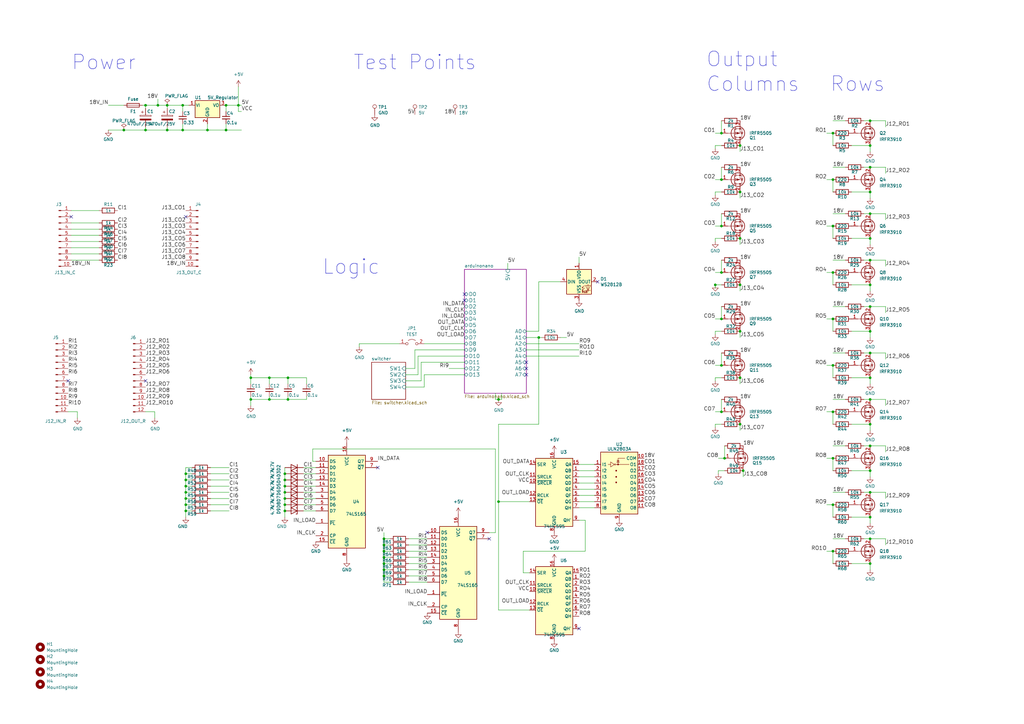
<source format=kicad_sch>
(kicad_sch (version 20211123) (generator eeschema)
  (paper "A3")
  (title_block (title "Afterglow WHITESTAR") (rev "2.1") (company "bitfield labs"))
  (junction (at 303.53 78.74))
  (junction (at 116.84 207.01))
  (junction (at 157.48 231.14))
  (junction (at 97.79 43.18))
  (junction (at 110.49 154.94))
  (junction (at 303.53 135.89))
  (junction (at 341.63 111.76))
  (junction (at 303.53 173.99))
  (junction (at 356.87 106.68))
  (junction (at 74.93 53.34))
  (junction (at 303.53 116.84))
  (junction (at 76.2 196.85))
  (junction (at 110.49 163.83))
  (junction (at 341.63 130.81))
  (junction (at 204.47 205.74))
  (junction (at 341.63 92.71))
  (junction (at 295.91 92.71))
  (junction (at 59.69 43.18))
  (junction (at 295.91 130.81))
  (junction (at 293.37 116.84))
  (junction (at 356.87 144.78))
  (junction (at 102.87 163.83))
  (junction (at 68.58 43.18))
  (junction (at 102.87 154.94))
  (junction (at 76.2 207.01))
  (junction (at 297.18 187.96))
  (junction (at 341.63 54.61))
  (junction (at 92.71 53.34))
  (junction (at 118.11 163.83))
  (junction (at 157.48 226.06))
  (junction (at 341.63 168.91))
  (junction (at 116.84 209.55))
  (junction (at 157.48 236.22))
  (junction (at 76.2 201.93))
  (junction (at 341.63 149.86))
  (junction (at 116.84 194.31))
  (junction (at 356.87 135.89))
  (junction (at 356.87 212.09))
  (junction (at 157.48 223.52))
  (junction (at 341.63 226.06))
  (junction (at 59.69 53.34))
  (junction (at 356.87 201.93))
  (junction (at 356.87 49.53))
  (junction (at 356.87 154.94))
  (junction (at 68.58 53.34))
  (junction (at 295.91 54.61))
  (junction (at 341.63 187.96))
  (junction (at 356.87 87.63))
  (junction (at 341.63 73.66))
  (junction (at 356.87 193.04))
  (junction (at 295.91 111.76))
  (junction (at 356.87 125.73))
  (junction (at 76.2 204.47))
  (junction (at 116.84 201.93))
  (junction (at 356.87 220.98))
  (junction (at 356.87 68.58))
  (junction (at 304.8 193.04))
  (junction (at 116.84 199.39))
  (junction (at 295.91 73.66))
  (junction (at 356.87 59.69))
  (junction (at 157.48 220.98))
  (junction (at 64.77 43.18))
  (junction (at 50.8 53.34))
  (junction (at 303.53 97.79))
  (junction (at 356.87 182.88))
  (junction (at 76.2 199.39))
  (junction (at 303.53 154.94))
  (junction (at 116.84 196.85))
  (junction (at 295.91 168.91))
  (junction (at 85.09 53.34))
  (junction (at 356.87 97.79))
  (junction (at 76.2 194.31))
  (junction (at 341.63 207.01))
  (junction (at 116.84 204.47))
  (junction (at 356.87 78.74))
  (junction (at 92.71 43.18))
  (junction (at 356.87 231.14))
  (junction (at 204.47 163.83))
  (junction (at 295.91 149.86))
  (junction (at 356.87 116.84))
  (junction (at 356.87 173.99))
  (junction (at 303.53 59.69))
  (junction (at 157.48 228.6))
  (junction (at 356.87 163.83))
  (junction (at 220.98 138.43))
  (junction (at 157.48 233.68))
  (junction (at 74.93 43.18))
  (junction (at 76.2 209.55))
  (junction (at 118.11 154.94))
  (no_connect (at 215.9 148.59))
  (no_connect (at 154.94 191.77))
  (no_connect (at 237.49 257.81))
  (no_connect (at 190.5 120.65))
  (no_connect (at 27.94 156.21))
  (no_connect (at 76.2 88.9))
  (no_connect (at 175.26 218.44))
  (no_connect (at 200.66 220.98))
  (no_connect (at 215.9 151.13))
  (no_connect (at 215.9 153.67))
  (no_connect (at 29.21 88.9))
  (no_connect (at 245.11 115.57))
  (no_connect (at 59.69 156.21))
  (no_connect (at 190.5 123.19))
  (wire (pts (xy 124.46 204.47) (xy 129.54 204.47)))
  (wire (pts (xy 102.87 154.94) (xy 102.87 153.67)))
  (wire (pts (xy 295.91 149.86) (xy 295.91 144.78)))
  (wire (pts (xy 356.87 173.99) (xy 356.87 176.53)))
  (wire (pts (xy 215.9 140.97) (xy 237.49 140.97)))
  (wire (pts (xy 102.87 163.83) (xy 102.87 166.37)))
  (wire (pts (xy 293.37 54.61) (xy 295.91 54.61)))
  (wire (pts (xy 356.87 182.88) (xy 363.22 182.88)))
  (wire (pts (xy 349.25 135.89) (xy 356.87 135.89)))
  (wire (pts (xy 110.49 163.83) (xy 110.49 162.56)))
  (wire (pts (xy 356.87 212.09) (xy 356.87 214.63)))
  (wire (pts (xy 76.2 199.39) (xy 76.2 201.93)))
  (wire (pts (xy 354.33 49.53) (xy 356.87 49.53)))
  (wire (pts (xy 295.91 92.71) (xy 293.37 92.71)))
  (wire (pts (xy 295.91 168.91) (xy 295.91 163.83)))
  (wire (pts (xy 293.37 78.74) (xy 293.37 80.01)))
  (wire (pts (xy 157.48 233.68) (xy 160.02 233.68)))
  (wire (pts (xy 349.25 78.74) (xy 356.87 78.74)))
  (wire (pts (xy 293.37 154.94) (xy 295.91 154.94)))
  (wire (pts (xy 349.25 116.84) (xy 356.87 116.84)))
  (wire (pts (xy 92.71 43.18) (xy 97.79 43.18)))
  (wire (pts (xy 97.79 43.18) (xy 99.06 43.18)))
  (wire (pts (xy 173.99 140.97) (xy 190.5 140.97)))
  (wire (pts (xy 237.49 105.41) (xy 237.49 107.95)))
  (wire (pts (xy 293.37 135.89) (xy 293.37 137.16)))
  (wire (pts (xy 157.48 220.98) (xy 157.48 223.52)))
  (wire (pts (xy 220.98 138.43) (xy 222.25 138.43)))
  (wire (pts (xy 293.37 168.91) (xy 295.91 168.91)))
  (wire (pts (xy 295.91 97.79) (xy 293.37 97.79)))
  (wire (pts (xy 293.37 116.84) (xy 293.37 118.11)))
  (wire (pts (xy 85.09 50.8) (xy 85.09 53.34)))
  (wire (pts (xy 59.69 43.18) (xy 59.69 44.45)))
  (wire (pts (xy 356.87 201.93) (xy 363.22 201.93)))
  (wire (pts (xy 356.87 125.73) (xy 363.22 125.73)))
  (wire (pts (xy 303.53 116.84) (xy 303.53 119.38)))
  (wire (pts (xy 214.63 234.95) (xy 214.63 226.06)))
  (wire (pts (xy 157.48 231.14) (xy 157.48 233.68)))
  (wire (pts (xy 125.73 163.83) (xy 125.73 162.56)))
  (wire (pts (xy 204.47 163.83) (xy 205.74 163.83)))
  (wire (pts (xy 295.91 68.58) (xy 295.91 73.66)))
  (wire (pts (xy 363.22 144.78) (xy 363.22 147.32)))
  (wire (pts (xy 147.32 140.97) (xy 147.32 142.24)))
  (wire (pts (xy 293.37 173.99) (xy 293.37 175.26)))
  (wire (pts (xy 208.28 110.49) (xy 208.28 107.95)))
  (wire (pts (xy 102.87 162.56) (xy 102.87 163.83)))
  (wire (pts (xy 203.2 218.44) (xy 203.2 184.15)))
  (wire (pts (xy 363.22 49.53) (xy 363.22 52.07)))
  (wire (pts (xy 68.58 43.18) (xy 68.58 44.45)))
  (wire (pts (xy 356.87 116.84) (xy 356.87 119.38)))
  (wire (pts (xy 175.26 228.6) (xy 167.64 228.6)))
  (wire (pts (xy 118.11 154.94) (xy 110.49 154.94)))
  (wire (pts (xy 76.2 194.31) (xy 76.2 196.85)))
  (wire (pts (xy 217.17 234.95) (xy 214.63 234.95)))
  (wire (pts (xy 215.9 135.89) (xy 220.98 135.89)))
  (wire (pts (xy 294.64 193.04) (xy 294.64 194.31)))
  (wire (pts (xy 303.53 154.94) (xy 303.53 157.48)))
  (wire (pts (xy 59.69 168.91) (xy 63.5 168.91)))
  (wire (pts (xy 341.63 97.79) (xy 341.63 92.71)))
  (wire (pts (xy 341.63 49.53) (xy 346.71 49.53)))
  (wire (pts (xy 363.22 220.98) (xy 363.22 223.52)))
  (wire (pts (xy 341.63 220.98) (xy 346.71 220.98)))
  (wire (pts (xy 29.21 101.6) (xy 40.64 101.6)))
  (wire (pts (xy 341.63 187.96) (xy 339.09 187.96)))
  (wire (pts (xy 29.21 99.06) (xy 40.64 99.06)))
  (wire (pts (xy 157.48 236.22) (xy 157.48 238.76)))
  (wire (pts (xy 237.49 195.58) (xy 243.84 195.58)))
  (wire (pts (xy 341.63 73.66) (xy 339.09 73.66)))
  (wire (pts (xy 354.33 163.83) (xy 356.87 163.83)))
  (wire (pts (xy 129.54 194.31) (xy 124.46 194.31)))
  (wire (pts (xy 93.98 199.39) (xy 86.36 199.39)))
  (wire (pts (xy 167.64 226.06) (xy 175.26 226.06)))
  (wire (pts (xy 170.18 143.51) (xy 190.5 143.51)))
  (wire (pts (xy 295.91 54.61) (xy 295.91 49.53)))
  (wire (pts (xy 129.54 189.23) (xy 128.27 189.23)))
  (wire (pts (xy 237.49 203.2) (xy 243.84 203.2)))
  (wire (pts (xy 97.79 45.72) (xy 99.06 45.72)))
  (wire (pts (xy 237.49 200.66) (xy 243.84 200.66)))
  (wire (pts (xy 363.22 201.93) (xy 363.22 204.47)))
  (wire (pts (xy 237.49 208.28) (xy 243.84 208.28)))
  (wire (pts (xy 116.84 204.47) (xy 116.84 207.01)))
  (wire (pts (xy 172.72 148.59) (xy 172.72 156.21)))
  (wire (pts (xy 363.22 106.68) (xy 363.22 109.22)))
  (wire (pts (xy 346.71 125.73) (xy 341.63 125.73)))
  (wire (pts (xy 341.63 130.81) (xy 339.09 130.81)))
  (wire (pts (xy 237.49 190.5) (xy 243.84 190.5)))
  (wire (pts (xy 116.84 196.85) (xy 116.84 199.39)))
  (wire (pts (xy 205.74 163.83) (xy 205.74 161.29)))
  (wire (pts (xy 124.46 191.77) (xy 129.54 191.77)))
  (wire (pts (xy 295.91 73.66) (xy 293.37 73.66)))
  (wire (pts (xy 76.2 209.55) (xy 78.74 209.55)))
  (wire (pts (xy 74.93 43.18) (xy 77.47 43.18)))
  (wire (pts (xy 76.2 201.93) (xy 78.74 201.93)))
  (wire (pts (xy 237.49 143.51) (xy 215.9 143.51)))
  (wire (pts (xy 29.21 104.14) (xy 40.64 104.14)))
  (wire (pts (xy 341.63 59.69) (xy 341.63 54.61)))
  (wire (pts (xy 129.54 196.85) (xy 124.46 196.85)))
  (wire (pts (xy 356.87 173.99) (xy 349.25 173.99)))
  (wire (pts (xy 171.45 146.05) (xy 190.5 146.05)))
  (wire (pts (xy 31.75 168.91) (xy 31.75 171.45)))
  (wire (pts (xy 240.03 213.36) (xy 237.49 213.36)))
  (wire (pts (xy 29.21 96.52) (xy 40.64 96.52)))
  (wire (pts (xy 175.26 238.76) (xy 167.64 238.76)))
  (wire (pts (xy 116.84 201.93) (xy 116.84 204.47)))
  (wire (pts (xy 356.87 154.94) (xy 356.87 157.48)))
  (wire (pts (xy 129.54 201.93) (xy 124.46 201.93)))
  (wire (pts (xy 110.49 163.83) (xy 118.11 163.83)))
  (wire (pts (xy 63.5 168.91) (xy 63.5 171.45)))
  (wire (pts (xy 341.63 212.09) (xy 341.63 207.01)))
  (wire (pts (xy 229.87 138.43) (xy 232.41 138.43)))
  (wire (pts (xy 204.47 250.19) (xy 204.47 205.74)))
  (wire (pts (xy 157.48 223.52) (xy 157.48 226.06)))
  (wire (pts (xy 64.77 40.64) (xy 64.77 43.18)))
  (wire (pts (xy 363.22 87.63) (xy 363.22 90.17)))
  (wire (pts (xy 346.71 106.68) (xy 341.63 106.68)))
  (wire (pts (xy 341.63 111.76) (xy 339.09 111.76)))
  (wire (pts (xy 68.58 53.34) (xy 74.93 53.34)))
  (wire (pts (xy 297.18 187.96) (xy 294.64 187.96)))
  (wire (pts (xy 354.33 220.98) (xy 356.87 220.98)))
  (wire (pts (xy 74.93 43.18) (xy 74.93 45.72)))
  (wire (pts (xy 92.71 43.18) (xy 92.71 45.72)))
  (wire (pts (xy 157.48 218.44) (xy 157.48 220.98)))
  (wire (pts (xy 102.87 163.83) (xy 110.49 163.83)))
  (wire (pts (xy 29.21 93.98) (xy 40.64 93.98)))
  (wire (pts (xy 175.26 233.68) (xy 167.64 233.68)))
  (wire (pts (xy 91.44 43.18) (xy 92.71 43.18)))
  (wire (pts (xy 356.87 231.14) (xy 356.87 233.68)))
  (wire (pts (xy 116.84 199.39) (xy 116.84 201.93)))
  (wire (pts (xy 215.9 146.05) (xy 237.49 146.05)))
  (wire (pts (xy 128.27 184.15) (xy 203.2 184.15)))
  (wire (pts (xy 294.64 193.04) (xy 297.18 193.04)))
  (wire (pts (xy 356.87 163.83) (xy 363.22 163.83)))
  (wire (pts (xy 86.36 201.93) (xy 93.98 201.93)))
  (wire (pts (xy 86.36 194.31) (xy 93.98 194.31)))
  (wire (pts (xy 190.5 151.13) (xy 184.15 151.13)))
  (wire (pts (xy 157.48 228.6) (xy 157.48 231.14)))
  (wire (pts (xy 341.63 54.61) (xy 339.09 54.61)))
  (wire (pts (xy 354.33 182.88) (xy 356.87 182.88)))
  (wire (pts (xy 354.33 125.73) (xy 356.87 125.73)))
  (wire (pts (xy 341.63 130.81) (xy 341.63 135.89)))
  (wire (pts (xy 50.8 43.18) (xy 44.45 43.18)))
  (wire (pts (xy 128.27 189.23) (xy 128.27 184.15)))
  (wire (pts (xy 295.91 125.73) (xy 295.91 130.81)))
  (wire (pts (xy 341.63 149.86) (xy 339.09 149.86)))
  (wire (pts (xy 204.47 173.99) (xy 204.47 205.74)))
  (wire (pts (xy 243.84 198.12) (xy 237.49 198.12)))
  (wire (pts (xy 354.33 68.58) (xy 356.87 68.58)))
  (wire (pts (xy 76.2 207.01) (xy 78.74 207.01)))
  (wire (pts (xy 341.63 226.06) (xy 339.09 226.06)))
  (wire (pts (xy 349.25 154.94) (xy 356.87 154.94)))
  (wire (pts (xy 356.87 135.89) (xy 356.87 138.43)))
  (wire (pts (xy 341.63 144.78) (xy 346.71 144.78)))
  (wire (pts (xy 341.63 87.63) (xy 346.71 87.63)))
  (wire (pts (xy 93.98 207.01) (xy 86.36 207.01)))
  (wire (pts (xy 157.48 226.06) (xy 157.48 228.6)))
  (wire (pts (xy 116.84 191.77) (xy 116.84 194.31)))
  (wire (pts (xy 86.36 191.77) (xy 93.98 191.77)))
  (wire (pts (xy 76.2 196.85) (xy 78.74 196.85)))
  (wire (pts (xy 29.21 86.36) (xy 40.64 86.36)))
  (wire (pts (xy 76.2 196.85) (xy 76.2 199.39)))
  (wire (pts (xy 341.63 168.91) (xy 339.09 168.91)))
  (wire (pts (xy 173.99 153.67) (xy 173.99 158.75)))
  (wire (pts (xy 295.91 130.81) (xy 293.37 130.81)))
  (wire (pts (xy 50.8 53.34) (xy 59.69 53.34)))
  (wire (pts (xy 341.63 163.83) (xy 346.71 163.83)))
  (wire (pts (xy 124.46 209.55) (xy 129.54 209.55)))
  (wire (pts (xy 220.98 115.57) (xy 229.87 115.57)))
  (wire (pts (xy 86.36 209.55) (xy 93.98 209.55)))
  (wire (pts (xy 220.98 135.89) (xy 220.98 115.57)))
  (wire (pts (xy 356.87 193.04) (xy 356.87 195.58)))
  (wire (pts (xy 74.93 50.8) (xy 74.93 53.34)))
  (wire (pts (xy 68.58 52.07) (xy 68.58 53.34)))
  (wire (pts (xy 341.63 149.86) (xy 341.63 154.94)))
  (wire (pts (xy 157.48 226.06) (xy 160.02 226.06)))
  (wire (pts (xy 58.42 43.18) (xy 59.69 43.18)))
  (wire (pts (xy 303.53 173.99) (xy 303.53 176.53)))
  (wire (pts (xy 171.45 153.67) (xy 166.37 153.67)))
  (wire (pts (xy 354.33 106.68) (xy 356.87 106.68)))
  (wire (pts (xy 118.11 163.83) (xy 118.11 162.56)))
  (wire (pts (xy 85.09 53.34) (xy 92.71 53.34)))
  (wire (pts (xy 160.02 223.52) (xy 157.48 223.52)))
  (wire (pts (xy 29.21 106.68) (xy 40.64 106.68)))
  (wire (pts (xy 118.11 163.83) (xy 125.73 163.83)))
  (wire (pts (xy 349.25 193.04) (xy 356.87 193.04)))
  (wire (pts (xy 97.79 43.18) (xy 97.79 45.72)))
  (wire (pts (xy 341.63 92.71) (xy 339.09 92.71)))
  (wire (pts (xy 297.18 182.88) (xy 297.18 187.96)))
  (wire (pts (xy 349.25 97.79) (xy 356.87 97.79)))
  (wire (pts (xy 356.87 97.79) (xy 356.87 100.33)))
  (wire (pts (xy 356.87 106.68) (xy 363.22 106.68)))
  (wire (pts (xy 160.02 220.98) (xy 157.48 220.98)))
  (wire (pts (xy 293.37 154.94) (xy 293.37 156.21)))
  (wire (pts (xy 295.91 135.89) (xy 293.37 135.89)))
  (wire (pts (xy 214.63 226.06) (xy 240.03 226.06)))
  (wire (pts (xy 341.63 231.14) (xy 341.63 226.06)))
  (wire (pts (xy 92.71 53.34) (xy 99.06 53.34)))
  (wire (pts (xy 92.71 53.34) (xy 92.71 50.8)))
  (wire (pts (xy 354.33 87.63) (xy 356.87 87.63)))
  (wire (pts (xy 171.45 146.05) (xy 171.45 153.67)))
  (wire (pts (xy 27.94 168.91) (xy 31.75 168.91)))
  (wire (pts (xy 363.22 182.88) (xy 363.22 185.42)))
  (wire (pts (xy 341.63 182.88) (xy 346.71 182.88)))
  (wire (pts (xy 74.93 53.34) (xy 85.09 53.34)))
  (wire (pts (xy 341.63 173.99) (xy 341.63 168.91)))
  (wire (pts (xy 295.91 59.69) (xy 293.37 59.69)))
  (wire (pts (xy 356.87 68.58) (xy 363.22 68.58)))
  (wire (pts (xy 129.54 207.01) (xy 124.46 207.01)))
  (wire (pts (xy 341.63 68.58) (xy 346.71 68.58)))
  (wire (pts (xy 76.2 191.77) (xy 76.2 194.31)))
  (wire (pts (xy 295.91 173.99) (xy 293.37 173.99)))
  (wire (pts (xy 295.91 87.63) (xy 295.91 92.71)))
  (wire (pts (xy 356.87 220.98) (xy 363.22 220.98)))
  (wire (pts (xy 167.64 236.22) (xy 175.26 236.22)))
  (wire (pts (xy 173.99 158.75) (xy 166.37 158.75)))
  (wire (pts (xy 356.87 78.74) (xy 356.87 81.28)))
  (wire (pts (xy 125.73 154.94) (xy 118.11 154.94)))
  (wire (pts (xy 203.2 163.83) (xy 204.47 163.83)))
  (wire (pts (xy 356.87 87.63) (xy 363.22 87.63)))
  (wire (pts (xy 116.84 207.01) (xy 116.84 209.55)))
  (wire (pts (xy 243.84 193.04) (xy 237.49 193.04)))
  (wire (pts (xy 363.22 125.73) (xy 363.22 128.27)))
  (wire (pts (xy 170.18 151.13) (xy 166.37 151.13)))
  (wire (pts (xy 116.84 194.31) (xy 116.84 196.85)))
  (wire (pts (xy 76.2 199.39) (xy 78.74 199.39)))
  (wire (pts (xy 363.22 68.58) (xy 363.22 71.12)))
  (wire (pts (xy 64.77 43.18) (xy 68.58 43.18)))
  (wire (pts (xy 295.91 111.76) (xy 293.37 111.76)))
  (wire (pts (xy 356.87 144.78) (xy 363.22 144.78)))
  (wire (pts (xy 200.66 218.44) (xy 203.2 218.44)))
  (wire (pts (xy 203.2 161.29) (xy 203.2 163.83)))
  (wire (pts (xy 29.21 91.44) (xy 40.64 91.44)))
  (wire (pts (xy 303.53 135.89) (xy 303.53 138.43)))
  (wire (pts (xy 167.64 231.14) (xy 175.26 231.14)))
  (wire (pts (xy 76.2 204.47) (xy 78.74 204.47)))
  (wire (pts (xy 78.74 194.31) (xy 76.2 194.31)))
  (wire (pts (xy 59.69 53.34) (xy 68.58 53.34)))
  (wire (pts (xy 76.2 201.93) (xy 76.2 204.47)))
  (wire (pts (xy 354.33 144.78) (xy 356.87 144.78)))
  (wire (pts (xy 147.32 140.97) (xy 163.83 140.97)))
  (wire (pts (xy 303.53 97.79) (xy 303.53 100.33)))
  (wire (pts (xy 110.49 154.94) (xy 102.87 154.94)))
  (wire (pts (xy 59.69 52.07) (xy 59.69 53.34)))
  (wire (pts (xy 118.11 154.94) (xy 118.11 157.48)))
  (wire (pts (xy 295.91 78.74) (xy 293.37 78.74)))
  (wire (pts (xy 217.17 205.74) (xy 204.47 205.74)))
  (wire (pts (xy 341.63 207.01) (xy 339.09 207.01)))
  (wire (pts (xy 293.37 97.79) (xy 293.37 99.06)))
  (wire (pts (xy 240.03 226.06) (xy 240.03 213.36)))
  (wire (pts (xy 157.48 228.6) (xy 160.02 228.6)))
  (wire (pts (xy 76.2 191.77) (xy 78.74 191.77)))
  (wire (pts (xy 175.26 223.52) (xy 167.64 223.52)))
  (wire (pts (xy 172.72 156.21) (xy 166.37 156.21)))
  (wire (pts (xy 170.18 143.51) (xy 170.18 151.13)))
  (wire (pts (xy 110.49 154.94) (xy 110.49 157.48)))
  (wire (pts (xy 293.37 116.84) (xy 295.91 116.84)))
  (wire (pts (xy 304.8 193.04) (xy 304.8 195.58)))
  (wire (pts (xy 349.25 231.14) (xy 356.87 231.14)))
  (wire (pts (xy 220.98 173.99) (xy 204.47 173.99)))
  (wire (pts (xy 293.37 149.86) (xy 295.91 149.86)))
  (wire (pts (xy 349.25 212.09) (xy 356.87 212.09)))
  (wire (pts (xy 97.79 35.56) (xy 97.79 43.18)))
  (wire (pts (xy 349.25 59.69) (xy 356.87 59.69)))
  (wire (pts (xy 86.36 196.85) (xy 93.98 196.85)))
  (wire (pts (xy 303.53 59.69) (xy 303.53 62.23)))
  (wire (pts (xy 190.5 153.67) (xy 173.99 153.67)))
  (wire (pts (xy 116.84 209.55) (xy 116.84 212.09)))
  (wire (pts (xy 172.72 148.59) (xy 190.5 148.59)))
  (wire (pts (xy 356.87 49.53) (xy 363.22 49.53)))
  (wire (pts (xy 125.73 157.48) (xy 125.73 154.94)))
  (wire (pts (xy 363.22 163.83) (xy 363.22 166.37)))
  (wire (pts (xy 356.87 59.69) (xy 356.87 62.23)))
  (wire (pts (xy 293.37 59.69) (xy 293.37 60.96)))
  (wire (pts (xy 76.2 204.47) (xy 76.2 207.01)))
  (wire (pts (xy 68.58 43.18) (xy 74.93 43.18)))
  (wire (pts (xy 341.63 111.76) (xy 341.63 116.84)))
  (wire (pts (xy 220.98 138.43) (xy 220.98 173.99)))
  (wire (pts (xy 102.87 154.94) (xy 102.87 157.48)))
  (wire (pts (xy 204.47 250.19) (xy 217.17 250.19)))
  (wire (pts (xy 341.63 193.04) (xy 341.63 187.96)))
  (wire (pts (xy 157.48 233.68) (xy 157.48 236.22)))
  (wire (pts (xy 157.48 238.76) (xy 160.02 238.76)))
  (wire (pts (xy 295.91 106.68) (xy 295.91 111.76)))
  (wire (pts (xy 93.98 204.47) (xy 86.36 204.47)))
  (wire (pts (xy 167.64 220.98) (xy 175.26 220.98)))
  (wire (pts (xy 76.2 207.01) (xy 76.2 209.55)))
  (wire (pts (xy 157.48 231.14) (xy 160.02 231.14)))
  (wire (pts (xy 215.9 138.43) (xy 220.98 138.43)))
  (wire (pts (xy 44.45 53.34) (xy 50.8 53.34)))
  (wire (pts (xy 243.84 205.74) (xy 237.49 205.74)))
  (wire (pts (xy 59.69 43.18) (xy 64.77 43.18)))
  (wire (pts (xy 303.53 78.74) (xy 303.53 81.28)))
  (wire (pts (xy 76.2 209.55) (xy 76.2 212.09)))
  (wire (pts (xy 124.46 199.39) (xy 129.54 199.39)))
  (wire (pts (xy 354.33 201.93) (xy 356.87 201.93)))
  (wire (pts (xy 341.63 78.74) (xy 341.63 73.66)))
  (wire (pts (xy 341.63 201.93) (xy 346.71 201.93)))
  (wire (pts (xy 157.48 236.22) (xy 160.02 236.22)))
  (text "Test Points" (at 144.78 29.21 0) (effects (font (size 5.9944 5.9944)) (justify left bottom)))
  (text "Power" (at 29.21 29.21 0) (effects (font (size 5.9944 5.9944)) (justify left bottom)))
  (text "Columns" (at 289.56 38.1 0) (effects (font (size 5.9944 5.9944)) (justify left bottom)))
  (text "Output" (at 289.56 27.94 0) (effects (font (size 5.9944 5.9944)) (justify left bottom)))
  (text "Logic" (at 132.08 113.03 0) (effects (font (size 5.9944 5.9944)) (justify left bottom)))
  (text "Rows" (at 340.36 38.1 0) (effects (font (size 5.9944 5.9944)) (justify left bottom)))
  (label "CI7" (at 48.26 104.14 0) (effects (font (size 1.524 1.524))))
  (label "18V" (at 64.77 40.64 180) (effects (font (size 1.524 1.524))))
  (label "18V" (at 303.53 49.53 0) (effects (font (size 1.524 1.524))))
  (label "RO1O" (at 339.09 226.06 180) (effects (font (size 1.524 1.524))))
  (label "18V_IN" (at 44.45 43.18 180) (effects (font (size 1.524 1.524))))
  (label "CI8" (at 93.98 209.55 0) (effects (font (size 1.524 1.524))))
  (label "18V" (at 303.53 163.83 0) (effects (font (size 1.524 1.524))))
  (label "CI5" (at 124.46 201.93 0) (effects (font (size 1.524 1.524))))
  (label "J13_CO5" (at 303.53 138.43 0) (effects (font (size 1.524 1.524))))
  (label "J12_RO4" (at 363.22 109.22 0) (effects (font (size 1.524 1.524))))
  (label "18V" (at 264.16 187.96 0) (effects (font (size 1.524 1.524))))
  (label "18V" (at 303.53 87.63 0) (effects (font (size 1.524 1.524))))
  (label "J13_CO1" (at 76.2 86.36 180) (effects (font (size 1.524 1.524))))
  (label "18V" (at 341.63 144.78 0) (effects (font (size 1.524 1.524))))
  (label "18V" (at 341.63 87.63 0) (effects (font (size 1.524 1.524))))
  (label "RI3" (at 171.45 226.06 0) (effects (font (size 1.524 1.524))))
  (label "CI4" (at 124.46 199.39 0) (effects (font (size 1.524 1.524))))
  (label "CI7" (at 124.46 207.01 0) (effects (font (size 1.524 1.524))))
  (label "RI1" (at 171.45 220.98 0) (effects (font (size 1.524 1.524))))
  (label "OUT_CLK" (at 217.17 240.03 180) (effects (font (size 1.524 1.524))))
  (label "OUT_LOAD" (at 217.17 203.2 180) (effects (font (size 1.524 1.524))))
  (label "J12_RO6" (at 363.22 147.32 0) (effects (font (size 1.524 1.524))))
  (label "RI3" (at 27.94 146.05 0) (effects (font (size 1.524 1.524))))
  (label "5V" (at 208.28 107.95 0) (effects (font (size 1.524 1.524))))
  (label "RI10" (at 27.94 166.37 0) (effects (font (size 1.524 1.524))))
  (label "CI5" (at 93.98 201.93 0) (effects (font (size 1.524 1.524))))
  (label "RO2" (at 237.49 237.49 0) (effects (font (size 1.524 1.524))))
  (label "J12_RO9" (at 363.22 204.47 0) (effects (font (size 1.524 1.524))))
  (label "RI5" (at 171.45 231.14 0) (effects (font (size 1.524 1.524))))
  (label "18V" (at 186.69 46.99 180) (effects (font (size 1.524 1.524))))
  (label "18V" (at 341.63 49.53 0) (effects (font (size 1.524 1.524))))
  (label "RO9" (at 237.49 140.97 0) (effects (font (size 1.524 1.524))))
  (label "RI2" (at 27.94 143.51 0) (effects (font (size 1.524 1.524))))
  (label "J12_RO5" (at 363.22 128.27 0) (effects (font (size 1.524 1.524))))
  (label "J13_CO8" (at 304.8 195.58 0) (effects (font (size 1.524 1.524))))
  (label "RO1O" (at 237.49 143.51 0) (effects (font (size 1.524 1.524))))
  (label "OUT_LOAD" (at 217.17 247.65 180) (effects (font (size 1.524 1.524))))
  (label "RO9" (at 339.09 207.01 180) (effects (font (size 1.524 1.524))))
  (label "RI8" (at 171.45 238.76 0) (effects (font (size 1.524 1.524))))
  (label "CI3" (at 48.26 93.98 0) (effects (font (size 1.524 1.524))))
  (label "CI1" (at 93.98 191.77 0) (effects (font (size 1.524 1.524))))
  (label "J12_RO5" (at 59.69 151.13 0) (effects (font (size 1.524 1.524))))
  (label "RO5" (at 339.09 130.81 180) (effects (font (size 1.524 1.524))))
  (label "CO4" (at 293.37 111.76 180) (effects (font (size 1.524 1.524))))
  (label "RI7" (at 171.45 236.22 0) (effects (font (size 1.524 1.524))))
  (label "J12_RO10" (at 363.22 223.52 0) (effects (font (size 1.524 1.524))))
  (label "CI4" (at 48.26 96.52 0) (effects (font (size 1.524 1.524))))
  (label "IN_LOAD" (at 129.54 214.63 180) (effects (font (size 1.524 1.524))))
  (label "VCC" (at 217.17 242.57 180) (effects (font (size 1.524 1.524))))
  (label "OUT_DATA" (at 217.17 190.5 180) (effects (font (size 1.524 1.524))))
  (label "CO5" (at 293.37 130.81 180) (effects (font (size 1.524 1.524))))
  (label "J13_CO2" (at 76.2 91.44 180) (effects (font (size 1.524 1.524))))
  (label "RO7" (at 237.49 250.19 0) (effects (font (size 1.524 1.524))))
  (label "RO8" (at 237.49 252.73 0) (effects (font (size 1.524 1.524))))
  (label "J12_RO8" (at 363.22 185.42 0) (effects (font (size 1.524 1.524))))
  (label "5V" (at 157.48 218.44 180) (effects (font (size 1.524 1.524))))
  (label "18V" (at 341.63 125.73 0) (effects (font (size 1.524 1.524))))
  (label "18V" (at 341.63 106.68 0) (effects (font (size 1.524 1.524))))
  (label "J13_CO6" (at 76.2 101.6 180) (effects (font (size 1.524 1.524))))
  (label "RO2" (at 339.09 73.66 180) (effects (font (size 1.524 1.524))))
  (label "RI10" (at 237.49 146.05 0) (effects (font (size 1.524 1.524))))
  (label "VCC" (at 99.06 45.72 0) (effects (font (size 1.524 1.524))))
  (label "IN_DATA" (at 154.94 189.23 0) (effects (font (size 1.524 1.524))))
  (label "5V" (at 232.41 138.43 0) (effects (font (size 1.524 1.524))))
  (label "CI1" (at 48.26 86.36 0) (effects (font (size 1.524 1.524))))
  (label "J13_CO6" (at 303.53 157.48 0) (effects (font (size 1.524 1.524))))
  (label "RI9" (at 27.94 163.83 0) (effects (font (size 1.524 1.524))))
  (label "J12_RO8" (at 59.69 161.29 0) (effects (font (size 1.524 1.524))))
  (label "J13_CO8" (at 76.2 106.68 180) (effects (font (size 1.524 1.524))))
  (label "18V_IN" (at 29.21 109.22 0) (effects (font (size 1.524 1.524))))
  (label "RO7" (at 339.09 168.91 180) (effects (font (size 1.524 1.524))))
  (label "IN_CLK" (at 175.26 248.92 180) (effects (font (size 1.524 1.524))))
  (label "18V" (at 341.63 68.58 0) (effects (font (size 1.524 1.524))))
  (label "CO8" (at 294.64 187.96 180) (effects (font (size 1.524 1.524))))
  (label "RI4" (at 27.94 148.59 0) (effects (font (size 1.524 1.524))))
  (label "J13_CO1" (at 303.53 62.23 0) (effects (font (size 1.524 1.524))))
  (label "RI1" (at 27.94 140.97 0) (effects (font (size 1.524 1.524))))
  (label "CO8" (at 264.16 208.28 0) (effects (font (size 1.524 1.524))))
  (label "RI2" (at 171.45 223.52 0) (effects (font (size 1.524 1.524))))
  (label "CO1" (at 264.16 190.5 0) (effects (font (size 1.524 1.524))))
  (label "RO4" (at 237.49 242.57 0) (effects (font (size 1.524 1.524))))
  (label "J13_CO7" (at 76.2 104.14 180) (effects (font (size 1.524 1.524))))
  (label "18V" (at 341.63 201.93 0) (effects (font (size 1.524 1.524))))
  (label "J13_CO4" (at 76.2 96.52 180) (effects (font (size 1.524 1.524))))
  (label "CI7" (at 93.98 207.01 0) (effects (font (size 1.524 1.524))))
  (label "CO4" (at 264.16 198.12 0) (effects (font (size 1.524 1.524))))
  (label "RO3" (at 339.09 92.71 180) (effects (font (size 1.524 1.524))))
  (label "CI4" (at 93.98 199.39 0) (effects (font (size 1.524 1.524))))
  (label "18V" (at 341.63 220.98 0) (effects (font (size 1.524 1.524))))
  (label "CI3" (at 124.46 196.85 0) (effects (font (size 1.524 1.524))))
  (label "18V" (at 303.53 106.68 0) (effects (font (size 1.524 1.524))))
  (label "5V" (at 237.49 105.41 0) (effects (font (size 1.524 1.524))))
  (label "J12_RO3" (at 363.22 90.17 0) (effects (font (size 1.524 1.524))))
  (label "RO1" (at 237.49 234.95 0) (effects (font (size 1.524 1.524))))
  (label "RI6" (at 27.94 153.67 0) (effects (font (size 1.524 1.524))))
  (label "RO3" (at 237.49 240.03 0) (effects (font (size 1.524 1.524))))
  (label "RI4" (at 171.45 228.6 0) (effects (font (size 1.524 1.524))))
  (label "RO6" (at 237.49 247.65 0) (effects (font (size 1.524 1.524))))
  (label "18V" (at 304.8 182.88 0) (effects (font (size 1.524 1.524))))
  (label "J13_CO3" (at 303.53 100.33 0) (effects (font (size 1.524 1.524))))
  (label "IN_CLK" (at 129.54 219.71 180) (effects (font (size 1.524 1.524))))
  (label "J12_RO6" (at 59.69 153.67 0) (effects (font (size 1.524 1.524))))
  (label "IN_CLK" (at 190.5 128.27 180) (effects (font (size 1.524 1.524))))
  (label "CO7" (at 264.16 205.74 0) (effects (font (size 1.524 1.524))))
  (label "IN_DATA" (at 190.5 125.73 180) (effects (font (size 1.524 1.524))))
  (label "J12_RO7" (at 59.69 158.75 0) (effects (font (size 1.524 1.524))))
  (label "RO4" (at 339.09 111.76 180) (effects (font (size 1.524 1.524))))
  (label "18V" (at 303.53 68.58 0) (effects (font (size 1.524 1.524))))
  (label "VCC" (at 217.17 198.12 180) (effects (font (size 1.524 1.524))))
  (label "RI5" (at 27.94 151.13 0) (effects (font (size 1.524 1.524))))
  (label "CO3" (at 264.16 195.58 0) (effects (font (size 1.524 1.524))))
  (label "CI2" (at 48.26 91.44 0) (effects (font (size 1.524 1.524))))
  (label "CO7" (at 293.37 168.91 180) (effects (font (size 1.524 1.524))))
  (label "RI8" (at 27.94 161.29 0) (effects (font (size 1.524 1.524))))
  (label "CI6" (at 48.26 101.6 0) (effects (font (size 1.524 1.524))))
  (label "J13_CO2" (at 303.53 81.28 0) (effects (font (size 1.524 1.524))))
  (label "CO6" (at 264.16 203.2 0) (effects (font (size 1.524 1.524))))
  (label "RI9" (at 184.15 151.13 180) (effects (font (size 1.524 1.524))))
  (label "CI8" (at 48.26 106.68 0) (effects (font (size 1.524 1.524))))
  (label "RI7" (at 27.94 158.75 0) (effects (font (size 1.524 1.524))))
  (label "CO1" (at 293.37 54.61 180) (effects (font (size 1.524 1.524))))
  (label "J12_RO2" (at 59.69 143.51 0) (effects (font (size 1.524 1.524))))
  (label "CI2" (at 93.98 194.31 0) (effects (font (size 1.524 1.524))))
  (label "RO8" (at 339.09 187.96 180) (effects (font (size 1.524 1.524))))
  (label "J13_CO4" (at 303.53 119.38 0) (effects (font (size 1.524 1.524))))
  (label "J12_RO9" (at 59.69 163.83 0) (effects (font (size 1.524 1.524))))
  (label "RI6" (at 171.45 233.68 0) (effects (font (size 1.524 1.524))))
  (label "CI8" (at 124.46 209.55 0) (effects (font (size 1.524 1.524))))
  (label "18V" (at 303.53 144.78 0) (effects (font (size 1.524 1.524))))
  (label "CI2" (at 124.46 194.31 0) (effects (font (size 1.524 1.524))))
  (label "J12_RO1" (at 59.69 140.97 0) (effects (font (size 1.524 1.524))))
  (label "CI3" (at 93.98 196.85 0) (effects (font (size 1.524 1.524))))
  (label "J12_RO2" (at 363.22 71.12 0) (effects (font (size 1.524 1.524))))
  (label "CI6" (at 124.46 204.47 0) (effects (font (size 1.524 1.524))))
  (label "18V" (at 341.63 163.83 0) (effects (font (size 1.524 1.524))))
  (label "CO3" (at 293.37 92.71 180) (effects (font (size 1.524 1.524))))
  (label "CI6" (at 93.98 204.47 0) (effects (font (size 1.524 1.524))))
  (label "CI1" (at 124.46 191.77 0) (effects (font (size 1.524 1.524))))
  (label "5V" (at 170.18 46.99 180) (effects (font (size 1.524 1.524))))
  (label "J12_RO4" (at 59.69 148.59 0) (effects (font (size 1.524 1.524))))
  (label "OUT_LOAD" (at 190.5 138.43 180) (effects (font (size 1.524 1.524))))
  (label "J13_CO5" (at 76.2 99.06 180) (effects (font (size 1.524 1.524))))
  (label "RO5" (at 237.49 245.11 0) (effects (font (size 1.524 1.524))))
  (label "CO2" (at 264.16 193.04 0) (effects (font (size 1.524 1.524))))
  (label "OUT_CLK" (at 190.5 135.89 180) (effects (font (size 1.524 1.524))))
  (label "OUT_DATA" (at 190.5 133.35 180) (effects (font (size 1.524 1.524))))
  (label "J13_CO7" (at 303.53 176.53 0) (effects (font (size 1.524 1.524))))
  (label "OUT_CLK" (at 217.17 195.58 180) (effects (font (size 1.524 1.524))))
  (label "5V" (at 99.06 43.18 0) (effects (font (size 1.524 1.524))))
  (label "RO6" (at 339.09 149.86 180) (effects (font (size 1.524 1.524))))
  (label "CO2" (at 293.37 73.66 180) (effects (font (size 1.524 1.524))))
  (label "J12_RO1" (at 363.22 52.07 0) (effects (font (size 1.524 1.524))))
  (label "18V" (at 303.53 125.73 0) (effects (font (size 1.524 1.524))))
  (label "CI5" (at 48.26 99.06 0) (effects (font (size 1.524 1.524))))
  (label "J12_RO3" (at 59.69 146.05 0) (effects (font (size 1.524 1.524))))
  (label "18V_IN" (at 76.2 109.22 180) (effects (font (size 1.524 1.524))))
  (label "J12_RO7" (at 363.22 166.37 0) (effects (font (size 1.524 1.524))))
  (label "J13_CO3" (at 76.2 93.98 180) (effects (font (size 1.524 1.524))))
  (label "J12_RO10" (at 59.69 166.37 0) (effects (font (size 1.524 1.524))))
  (label "IN_LOAD" (at 190.5 130.81 180) (effects (font (size 1.524 1.524))))
  (label "18V" (at 341.63 182.88 0) (effects (font (size 1.524 1.524))))
  (label "IN_LOAD" (at 175.26 243.84 180) (effects (font (size 1.524 1.524))))
  (label "RO1" (at 339.09 54.61 180) (effects (font (size 1.524 1.524))))
  (label "CO5" (at 264.16 200.66 0) (effects (font (size 1.524 1.524))))
  (label "CO6" (at 293.37 149.86 180) (effects (font (size 1.524 1.524))))
  (symbol (lib_id "Connector:Conn_01x10_Male") (at 24.13 96.52 0) (unit 1)
    (property "Reference" "J3" (at 24.13 83.82 0))
    (property "Value" "J13_IN_C" (at 26.67 111.76 0))
    (property "Footprint" "Connector_Molex:Molex_KK-396_A-41791-0010_1x10_P3.96mm_Vertical" (effects hide))
  )
  (symbol (lib_id "Connector:Conn_01x10_Male") (at 81.28 96.52 0) (mirror y) (unit 1)
    (property "Reference" "J4" (at 81.28 83.82 0))
    (property "Value" "J13_OUT_C" (at 77.47 111.76 0))
    (property "Footprint" "Connector_Molex:Molex_KK-396_A-41791-0010_1x10_P3.96mm_Vertical" (effects hide))
  )
  (symbol (lib_id "Device:R") (at 44.45 86.36 270) (unit 1)
    (property "Reference" "R11" (at 44.45 83.82 90))
    (property "Value" "1k" (at 44.45 86.36 90))
    (property "Footprint" "Resistor_SMD:R_0402_1005Metric" (effects hide))
    (property "LCSC" "C95781" (effects hide))
  )
  (symbol (lib_id "Device:R") (at 44.45 91.44 270) (unit 1)
    (property "Reference" "R14" (at 44.45 93.472 90))
    (property "Value" "1k" (at 44.45 91.44 90))
    (property "Footprint" "Resistor_SMD:R_0402_1005Metric" (effects hide))
    (property "LCSC" "C95781" (effects hide))
  )
  (symbol (lib_id "Device:R") (at 44.45 93.98 270) (unit 1)
    (property "Reference" "R16" (at 44.45 96.012 90))
    (property "Value" "1k" (at 44.45 93.98 90))
    (property "Footprint" "Resistor_SMD:R_0402_1005Metric" (effects hide))
    (property "LCSC" "C95781" (effects hide))
  )
  (symbol (lib_id "Device:R") (at 44.45 96.52 270) (unit 1)
    (property "Reference" "R17" (at 44.45 98.552 90))
    (property "Value" "1k" (at 44.45 96.52 90))
    (property "Footprint" "Resistor_SMD:R_0402_1005Metric" (effects hide))
    (property "LCSC" "C95781" (effects hide))
  )
  (symbol (lib_id "Device:R") (at 44.45 99.06 270) (unit 1)
    (property "Reference" "R20" (at 44.45 101.092 90))
    (property "Value" "1k" (at 44.45 99.06 90))
    (property "Footprint" "Resistor_SMD:R_0402_1005Metric" (effects hide))
    (property "LCSC" "C95781" (effects hide))
  )
  (symbol (lib_id "Device:R") (at 44.45 101.6 270) (unit 1)
    (property "Reference" "R21" (at 44.45 103.632 90))
    (property "Value" "1k" (at 44.45 101.6 90))
    (property "Footprint" "Resistor_SMD:R_0402_1005Metric" (effects hide))
    (property "LCSC" "C95781" (effects hide))
  )
  (symbol (lib_id "Device:R") (at 44.45 104.14 270) (unit 1)
    (property "Reference" "R22" (at 44.45 106.172 90))
    (property "Value" "1k" (at 44.45 104.14 90))
    (property "Footprint" "Resistor_SMD:R_0402_1005Metric" (effects hide))
    (property "LCSC" "C95781" (effects hide))
  )
  (symbol (lib_id "Device:R") (at 44.45 106.68 270) (unit 1)
    (property "Reference" "R23" (at 44.45 108.712 90))
    (property "Value" "1k" (at 44.45 106.68 90))
    (property "Footprint" "Resistor_SMD:R_0402_1005Metric" (effects hide))
    (property "LCSC" "C95781" (effects hide))
  )
  (symbol (lib_id "Regulator_Linear:LM7805_TO220") (at 85.09 43.18 0) (unit 1)
    (property "Reference" "U1" (at 81.28 40.005 0))
    (property "Value" "5V_Regulator" (at 85.09 40.005 0) (effects (justify left)))
    (property "Footprint" "Package_TO_SOT_SMD:TO-252-2" (effects hide))
    (property "LCSC" "C58069" (effects hide))
  )
  (symbol (lib_id "Device:C_Small") (at 74.93 48.26 0) (unit 1)
    (property "Reference" "C3" (at 75.184 46.482 0) (effects (justify left)))
    (property "Value" "0.33" (at 75.184 50.292 0) (effects (justify left)))
    (property "Footprint" "Capacitor_SMD:C_0402_1005Metric" (effects hide))
    (property "LCSC" "C1740" (effects hide))
  )
  (symbol (lib_id "Device:C_Small") (at 92.71 48.26 0) (unit 1)
    (property "Reference" "C4" (at 92.964 46.482 0) (effects (justify left)))
    (property "Value" "0.1u" (at 92.964 50.292 0) (effects (justify left)))
    (property "Footprint" "Capacitor_SMD:C_0402_1005Metric" (effects hide))
    (property "LCSC" "C28233" (effects hide))
  )
  (symbol (lib_id "Transistor_FET:IRF9540N") (at 300.99 54.61 0) (mirror x) (unit 1)
    (property "Reference" "Q1" (at 307.34 56.515 0) (effects (justify left)))
    (property "Value" "IRFR5505" (at 307.34 54.61 0) (effects (justify left)))
    (property "Footprint" "Package_TO_SOT_SMD:TO-252-2" (effects hide))
    (property "LCSC" "C26340" (effects hide))
  )
  (symbol (lib_id "Transistor_FET:IRF9540N") (at 300.99 73.66 0) (mirror x) (unit 1)
    (property "Reference" "Q3" (at 307.34 75.565 0) (effects (justify left)))
    (property "Value" "IRFR5505" (at 307.34 73.66 0) (effects (justify left)))
    (property "Footprint" "Package_TO_SOT_SMD:TO-252-2" (effects hide))
    (property "LCSC" "C26340" (effects hide))
  )
  (symbol (lib_id "Transistor_FET:IRF9540N") (at 300.99 92.71 0) (mirror x) (unit 1)
    (property "Reference" "Q5" (at 307.34 94.615 0) (effects (justify left)))
    (property "Value" "IRFR5505" (at 307.34 92.71 0) (effects (justify left)))
    (property "Footprint" "Package_TO_SOT_SMD:TO-252-2" (effects hide))
    (property "LCSC" "C26340" (effects hide))
  )
  (symbol (lib_id "Transistor_FET:IRF9540N") (at 300.99 111.76 0) (mirror x) (unit 1)
    (property "Reference" "Q7" (at 307.34 113.665 0) (effects (justify left)))
    (property "Value" "IRFR5505" (at 307.34 111.76 0) (effects (justify left)))
    (property "Footprint" "Package_TO_SOT_SMD:TO-252-2" (effects hide))
    (property "LCSC" "C26340" (effects hide))
  )
  (symbol (lib_id "Transistor_FET:IRF9540N") (at 300.99 130.81 0) (mirror x) (unit 1)
    (property "Reference" "Q9" (at 307.34 132.715 0) (effects (justify left)))
    (property "Value" "IRFR5505" (at 307.34 130.81 0) (effects (justify left)))
    (property "Footprint" "Package_TO_SOT_SMD:TO-252-2" (effects hide))
    (property "LCSC" "C26340" (effects hide))
  )
  (symbol (lib_id "Transistor_FET:IRF9540N") (at 300.99 149.86 0) (mirror x) (unit 1)
    (property "Reference" "Q11" (at 307.34 151.765 0) (effects (justify left)))
    (property "Value" "IRFR5505" (at 307.34 149.86 0) (effects (justify left)))
    (property "Footprint" "Package_TO_SOT_SMD:TO-252-2" (effects hide))
    (property "LCSC" "C26340" (effects hide))
  )
  (symbol (lib_id "Transistor_FET:IRF9540N") (at 300.99 168.91 0) (mirror x) (unit 1)
    (property "Reference" "Q13" (at 307.34 170.815 0) (effects (justify left)))
    (property "Value" "IRFR5505" (at 307.34 168.91 0) (effects (justify left)))
    (property "Footprint" "Package_TO_SOT_SMD:TO-252-2" (effects hide))
    (property "LCSC" "C26340" (effects hide))
  )
  (symbol (lib_id "Transistor_FET:IRF9540N") (at 302.26 187.96 0) (mirror x) (unit 1)
    (property "Reference" "Q15" (at 308.61 189.865 0) (effects (justify left)))
    (property "Value" "IRFR5505" (at 308.61 187.96 0) (effects (justify left)))
    (property "Footprint" "Package_TO_SOT_SMD:TO-252-2" (effects hide))
    (property "LCSC" "C26340" (effects hide))
  )
  (symbol (lib_id "Transistor_FET:IRF540N") (at 354.33 54.61 0) (unit 1)
    (property "Reference" "Q2" (at 360.68 54.61 0) (effects (justify left)))
    (property "Value" "IRFR3910" (at 360.68 57.15 0) (effects (justify left)))
    (property "Footprint" "Package_TO_SOT_SMD:TO-252-2" (effects hide))
    (property "LCSC" "C725083" (effects hide))
  )
  (symbol (lib_id "Transistor_FET:IRF540N") (at 354.33 73.66 0) (unit 1)
    (property "Reference" "Q4" (at 360.68 73.66 0) (effects (justify left)))
    (property "Value" "IRFR3910" (at 360.68 76.2 0) (effects (justify left)))
    (property "Footprint" "Package_TO_SOT_SMD:TO-252-2" (effects hide))
    (property "LCSC" "C725083" (effects hide))
  )
  (symbol (lib_id "Transistor_FET:IRF540N") (at 354.33 92.71 0) (unit 1)
    (property "Reference" "Q6" (at 360.68 92.71 0) (effects (justify left)))
    (property "Value" "IRFR3910" (at 360.68 95.25 0) (effects (justify left)))
    (property "Footprint" "Package_TO_SOT_SMD:TO-252-2" (effects hide))
    (property "LCSC" "C725083" (effects hide))
  )
  (symbol (lib_id "Transistor_FET:IRF540N") (at 354.33 111.76 0) (unit 1)
    (property "Reference" "Q8" (at 360.68 111.76 0) (effects (justify left)))
    (property "Value" "IRFR3910" (at 360.68 114.3 0) (effects (justify left)))
    (property "Footprint" "Package_TO_SOT_SMD:TO-252-2" (effects hide))
    (property "LCSC" "C725083" (effects hide))
  )
  (symbol (lib_id "Transistor_FET:IRF540N") (at 354.33 130.81 0) (unit 1)
    (property "Reference" "Q10" (at 360.68 130.81 0) (effects (justify left)))
    (property "Value" "IRFR3910" (at 360.68 133.35 0) (effects (justify left)))
    (property "Footprint" "Package_TO_SOT_SMD:TO-252-2" (effects hide))
    (property "LCSC" "C725083" (effects hide))
  )
  (symbol (lib_id "Transistor_FET:IRF540N") (at 354.33 149.86 0) (unit 1)
    (property "Reference" "Q12" (at 360.68 149.86 0) (effects (justify left)))
    (property "Value" "IRFR3910" (at 360.68 152.4 0) (effects (justify left)))
    (property "Footprint" "Package_TO_SOT_SMD:TO-252-2" (effects hide))
    (property "LCSC" "C725083" (effects hide))
  )
  (symbol (lib_id "Transistor_FET:IRF540N") (at 354.33 168.91 0) (unit 1)
    (property "Reference" "Q14" (at 360.68 168.91 0) (effects (justify left)))
    (property "Value" "IRFR3910" (at 360.68 171.45 0) (effects (justify left)))
    (property "Footprint" "Package_TO_SOT_SMD:TO-252-2" (effects hide))
  )
  (symbol (lib_id "Transistor_FET:IRF540N") (at 354.33 187.96 0) (unit 1)
    (property "Reference" "Q16" (at 360.68 187.96 0) (effects (justify left)))
    (property "Value" "IRFR3910" (at 360.68 190.5 0) (effects (justify left)))
    (property "Footprint" "Package_TO_SOT_SMD:TO-252-2" (effects hide))
    (property "LCSC" "C725083" (effects hide))
  )
  (symbol (lib_id "power:PWR_FLAG") (at 68.58 43.18 0) (unit 1)
    (property "Reference" "#FLG01" (effects hide))
    (property "Value" "PWR_FLAG" (at 72.39 39.37 0))
  )
  (symbol (lib_id "power:GND") (at 44.45 53.34 0) (unit 1)
    (property "Reference" "#PWR02" (effects hide))
    (property "Value" "GND" (at 44.45 57.15 0))
  )
  (symbol (lib_id "power:PWR_FLAG") (at 50.8 53.34 0) (unit 1)
    (property "Reference" "#FLG02" (effects hide))
    (property "Value" "PWR_FLAG" (at 50.8 49.53 0))
  )
  (symbol (lib_id "74xx:74LS165") (at 142.24 204.47 0) (unit 1)
    (property "Reference" "U4" (at 146.05 205.74 0))
    (property "Value" "74LS165" (at 146.05 210.82 0))
    (property "Footprint" "Package_SO:SOIC-16_3.9x9.9mm_P1.27mm" (effects hide))
    (property "LCSC" "C5613" (effects hide))
  )
  (symbol (lib_id "Connector:Conn_01x12_Male") (at 22.86 153.67 0) (unit 1)
    (property "Reference" "J5" (at 22.86 138.43 0))
    (property "Value" "J12_IN_R" (at 22.86 172.72 0))
    (property "Footprint" "Connector_Molex:Molex_KK-396_A-41791-0012_1x12_P3.96mm_Vertical" (effects hide))
  )
  (symbol (lib_id "74xx:74LS165") (at 187.96 233.68 0) (unit 1)
    (property "Reference" "U5" (at 191.77 234.95 0))
    (property "Value" "74LS165" (at 191.77 240.03 0))
    (property "Footprint" "Package_SO:SOIC-16_3.9x9.9mm_P1.27mm" (effects hide))
    (property "LCSC" "C5613" (effects hide))
  )
  (symbol (lib_id "power:GND") (at 76.2 212.09 0) (unit 1)
    (property "Reference" "#PWR026" (effects hide))
    (property "Value" "GND" (at 74.93 215.9 0))
  )
  (symbol (lib_id "power:GND") (at 129.54 222.25 0) (unit 1)
    (property "Reference" "#PWR031" (effects hide))
    (property "Value" "GND" (at 129.54 226.06 0))
  )
  (symbol (lib_id "power:GND") (at 175.26 251.46 0) (unit 1)
    (property "Reference" "#PWR034" (effects hide))
    (property "Value" "GND" (at 175.26 255.27 0))
  )
  (symbol (lib_id "74xx:74HC595") (at 227.33 200.66 0) (unit 1)
    (property "Reference" "U3" (at 231.14 185.42 0))
    (property "Value" "74HC595" (at 227.33 215.9 0))
    (property "Footprint" "Package_SO:SOIC-16_3.9x9.9mm_P1.27mm" (effects hide))
    (property "LCSC" "C5947" (effects hide))
  )
  (symbol (lib_id "74xx:74HC595") (at 227.33 245.11 0) (unit 1)
    (property "Reference" "U6" (at 231.14 229.87 0))
    (property "Value" "74HC595" (at 227.33 260.35 0))
    (property "Footprint" "Package_SO:SOIC-16_3.9x9.9mm_P1.27mm" (effects hide))
    (property "LCSC" "C5947" (effects hide))
  )
  (symbol (lib_id "Device:C_Small") (at 125.73 160.02 0) (unit 1)
    (property "Reference" "C6" (at 125.984 158.242 0) (effects (justify left)))
    (property "Value" "0.1u" (at 125.984 162.052 0) (effects (justify left)))
    (property "Footprint" "Capacitor_SMD:C_0402_1005Metric" (effects hide))
    (property "LCSC" "C28233" (effects hide))
  )
  (symbol (lib_id "Device:CP") (at 68.58 48.26 0) (unit 1)
    (property "Reference" "C2" (at 69.215 45.72 0) (effects (justify left)))
    (property "Value" "470uF/25V" (at 60.96 50.8 0) (effects (justify left)))
    (property "Footprint" "Capacitor_SMD:CP_Elec_10x10.5" (effects hide))
    (property "LCSC" "C402628" (effects hide))
  )
  (symbol (lib_id "Device:R") (at 345.44 54.61 270) (unit 1)
    (property "Reference" "R3" (at 345.44 56.642 90))
    (property "Value" "220" (at 345.44 54.61 90))
    (property "Footprint" "Resistor_SMD:R_0402_1005Metric" (effects hide))
    (property "LCSC" "C17557" (effects hide))
  )
  (symbol (lib_id "Device:R") (at 345.44 73.66 270) (unit 1)
    (property "Reference" "R8" (at 345.44 75.692 90))
    (property "Value" "220" (at 345.44 73.66 90))
    (property "Footprint" "Resistor_SMD:R_0402_1005Metric" (effects hide))
    (property "LCSC" "C17557" (effects hide))
  )
  (symbol (lib_id "Device:R") (at 345.44 92.71 270) (unit 1)
    (property "Reference" "R15" (at 345.44 94.742 90))
    (property "Value" "220" (at 345.44 92.71 90))
    (property "Footprint" "Resistor_SMD:R_0402_1005Metric" (effects hide))
    (property "LCSC" "C17557" (effects hide))
  )
  (symbol (lib_id "Device:R") (at 345.44 111.76 270) (unit 1)
    (property "Reference" "R26" (at 345.44 113.792 90))
    (property "Value" "220" (at 345.44 111.76 90))
    (property "Footprint" "Resistor_SMD:R_0402_1005Metric" (effects hide))
    (property "LCSC" "C17557" (effects hide))
  )
  (symbol (lib_id "Device:R") (at 345.44 130.81 270) (unit 1)
    (property "Reference" "R31" (at 345.44 132.842 90))
    (property "Value" "220" (at 345.44 130.81 90))
    (property "Footprint" "Resistor_SMD:R_0402_1005Metric" (effects hide))
    (property "LCSC" "C17557" (effects hide))
  )
  (symbol (lib_id "Device:R") (at 345.44 149.86 270) (unit 1)
    (property "Reference" "R37" (at 345.44 151.892 90))
    (property "Value" "220" (at 345.44 149.86 90))
    (property "Footprint" "Resistor_SMD:R_0402_1005Metric" (effects hide))
    (property "LCSC" "C17557" (effects hide))
  )
  (symbol (lib_id "Device:R") (at 345.44 168.91 270) (unit 1)
    (property "Reference" "R42" (at 345.44 170.942 90))
    (property "Value" "220" (at 345.44 168.91 90))
    (property "Footprint" "Resistor_SMD:R_0402_1005Metric" (effects hide))
    (property "LCSC" "C17557" (effects hide))
  )
  (symbol (lib_id "Device:R") (at 345.44 187.96 270) (unit 1)
    (property "Reference" "R47" (at 345.44 189.992 90))
    (property "Value" "220" (at 345.44 187.96 90))
    (property "Footprint" "Resistor_SMD:R_0402_1005Metric" (effects hide))
    (property "LCSC" "C17557" (effects hide))
  )
  (symbol (lib_id "Device:R") (at 226.06 138.43 270) (unit 1)
    (property "Reference" "R34" (at 226.06 135.89 90))
    (property "Value" "10k" (at 226.06 138.43 90))
    (property "Footprint" "Resistor_SMD:R_0402_1005Metric" (effects hide))
    (property "JLCPPCB" "C84376" (effects hide))
  )
  (symbol (lib_id "Device:R") (at 163.83 220.98 270) (unit 1)
    (property "Reference" "R61" (at 158.75 222.25 90))
    (property "Value" "1k" (at 163.83 220.98 90))
    (property "Footprint" "Resistor_SMD:R_0402_1005Metric" (effects hide))
    (property "LCSC" "C95781" (effects hide))
  )
  (symbol (lib_id "Device:R") (at 163.83 223.52 270) (unit 1)
    (property "Reference" "R63" (at 158.75 224.79 90))
    (property "Value" "1k" (at 163.83 223.52 90))
    (property "Footprint" "Resistor_SMD:R_0402_1005Metric" (effects hide))
    (property "LCSC" "C95781" (effects hide))
  )
  (symbol (lib_id "Device:R") (at 163.83 226.06 270) (unit 1)
    (property "Reference" "R64" (at 158.75 227.33 90))
    (property "Value" "1k" (at 163.83 226.06 90))
    (property "Footprint" "Resistor_SMD:R_0402_1005Metric" (effects hide))
    (property "LCSC" "C95781" (effects hide))
  )
  (symbol (lib_id "Device:R") (at 163.83 228.6 270) (unit 1)
    (property "Reference" "R66" (at 158.75 229.87 90))
    (property "Value" "1k" (at 163.83 228.6 90))
    (property "Footprint" "Resistor_SMD:R_0402_1005Metric" (effects hide))
    (property "LCSC" "C95781" (effects hide))
  )
  (symbol (lib_id "Device:R") (at 163.83 231.14 270) (unit 1)
    (property "Reference" "R67" (at 158.75 232.41 90))
    (property "Value" "1k" (at 163.83 231.14 90))
    (property "Footprint" "Resistor_SMD:R_0402_1005Metric" (effects hide))
    (property "LCSC" "C95781" (effects hide))
  )
  (symbol (lib_id "Device:R") (at 163.83 233.68 270) (unit 1)
    (property "Reference" "R69" (at 158.75 234.95 90))
    (property "Value" "1k" (at 163.83 233.68 90))
    (property "Footprint" "Resistor_SMD:R_0402_1005Metric" (effects hide))
    (property "LCSC" "C95781" (effects hide))
  )
  (symbol (lib_id "Device:R") (at 163.83 236.22 270) (unit 1)
    (property "Reference" "R70" (at 158.75 237.49 90))
    (property "Value" "1k" (at 163.83 236.22 90))
    (property "Footprint" "Resistor_SMD:R_0402_1005Metric" (effects hide))
    (property "LCSC" "C95781" (effects hide))
  )
  (symbol (lib_id "Device:R") (at 163.83 238.76 270) (unit 1)
    (property "Reference" "R71" (at 158.75 240.03 90))
    (property "Value" "1k" (at 163.83 238.76 90))
    (property "Footprint" "Resistor_SMD:R_0402_1005Metric" (effects hide))
    (property "LCSC" "C95781" (effects hide))
  )
  (symbol (lib_id "Device:R") (at 82.55 191.77 270) (unit 1)
    (property "Reference" "R48" (at 78.74 193.04 90))
    (property "Value" "1k" (at 82.55 191.77 90))
    (property "Footprint" "Resistor_SMD:R_0402_1005Metric" (effects hide))
    (property "LCSC" "C95781" (effects hide))
  )
  (symbol (lib_id "Device:R") (at 82.55 194.31 270) (unit 1)
    (property "Reference" "R51" (at 78.74 195.58 90))
    (property "Value" "1k" (at 82.55 194.31 90))
    (property "Footprint" "Resistor_SMD:R_0402_1005Metric" (effects hide))
    (property "LCSC" "C95781" (effects hide))
  )
  (symbol (lib_id "Device:R") (at 82.55 196.85 270) (unit 1)
    (property "Reference" "R52" (at 78.74 198.12 90))
    (property "Value" "1k" (at 82.55 196.85 90))
    (property "Footprint" "Resistor_SMD:R_0402_1005Metric" (effects hide))
    (property "LCSC" "C95781" (effects hide))
  )
  (symbol (lib_id "Device:R") (at 82.55 199.39 270) (unit 1)
    (property "Reference" "R53" (at 78.74 200.66 90))
    (property "Value" "1k" (at 82.55 199.39 90))
    (property "Footprint" "Resistor_SMD:R_0402_1005Metric" (effects hide))
    (property "LCSC" "C95781" (effects hide))
  )
  (symbol (lib_id "Device:R") (at 82.55 201.93 270) (unit 1)
    (property "Reference" "R54" (at 78.74 203.2 90))
    (property "Value" "1k" (at 82.55 201.93 90))
    (property "Footprint" "Resistor_SMD:R_0402_1005Metric" (effects hide))
    (property "LCSC" "C95781" (effects hide))
  )
  (symbol (lib_id "Device:R") (at 82.55 204.47 270) (unit 1)
    (property "Reference" "R56" (at 78.74 205.74 90))
    (property "Value" "1k" (at 82.55 204.47 90))
    (property "Footprint" "Resistor_SMD:R_0402_1005Metric" (effects hide))
    (property "LCSC" "C95781" (effects hide))
  )
  (symbol (lib_id "Device:R") (at 82.55 207.01 270) (unit 1)
    (property "Reference" "R57" (at 78.74 208.28 90))
    (property "Value" "1k" (at 82.55 207.01 90))
    (property "Footprint" "Resistor_SMD:R_0402_1005Metric" (effects hide))
    (property "LCSC" "C95781" (effects hide))
  )
  (symbol (lib_id "Device:R") (at 82.55 209.55 270) (unit 1)
    (property "Reference" "R59" (at 78.74 210.82 90))
    (property "Value" "1k" (at 82.55 209.55 90))
    (property "Footprint" "Resistor_SMD:R_0402_1005Metric" (effects hide))
    (property "LCSC" "C95781" (effects hide))
  )
  (symbol (lib_id "Device:R") (at 299.72 49.53 270) (unit 1)
    (property "Reference" "R1" (at 299.72 51.562 90))
    (property "Value" "2k" (at 299.72 49.53 90))
    (property "Footprint" "Resistor_SMD:R_0402_1005Metric" (effects hide))
    (property "LCSC" "C17604" (effects hide))
  )
  (symbol (lib_id "Device:R") (at 299.72 68.58 270) (unit 1)
    (property "Reference" "R6" (at 299.72 70.612 90))
    (property "Value" "2k" (at 299.72 68.58 90))
    (property "Footprint" "Resistor_SMD:R_0402_1005Metric" (effects hide))
    (property "LCSC" "C17604" (effects hide))
  )
  (symbol (lib_id "Device:R") (at 299.72 87.63 270) (unit 1)
    (property "Reference" "R12" (at 299.72 89.662 90))
    (property "Value" "2k" (at 299.72 87.63 90))
    (property "Footprint" "Resistor_SMD:R_0402_1005Metric" (effects hide))
    (property "LCSC" "C17604" (effects hide))
  )
  (symbol (lib_id "Device:R") (at 299.72 106.68 270) (unit 1)
    (property "Reference" "R24" (at 299.72 108.712 90))
    (property "Value" "2k" (at 299.72 106.68 90))
    (property "Footprint" "Resistor_SMD:R_0402_1005Metric" (effects hide))
    (property "LCSC" "C17604" (effects hide))
  )
  (symbol (lib_id "Device:R") (at 299.72 125.73 270) (unit 1)
    (property "Reference" "R29" (at 299.72 127.762 90))
    (property "Value" "2k" (at 299.72 125.73 90))
    (property "Footprint" "Resistor_SMD:R_0402_1005Metric" (effects hide))
    (property "LCSC" "C17604" (effects hide))
  )
  (symbol (lib_id "Device:R") (at 299.72 144.78 270) (unit 1)
    (property "Reference" "R35" (at 299.72 146.812 90))
    (property "Value" "2k" (at 299.72 144.78 90))
    (property "Footprint" "Resistor_SMD:R_0402_1005Metric" (effects hide))
    (property "LCSC" "C17604" (effects hide))
  )
  (symbol (lib_id "Device:R") (at 299.72 163.83 270) (unit 1)
    (property "Reference" "R40" (at 299.72 165.862 90))
    (property "Value" "2k" (at 299.72 163.83 90))
    (property "Footprint" "Resistor_SMD:R_0402_1005Metric" (effects hide))
    (property "LCSC" "C17604" (effects hide))
  )
  (symbol (lib_id "Device:R") (at 300.99 182.88 270) (unit 1)
    (property "Reference" "R45" (at 300.99 184.912 90))
    (property "Value" "2k" (at 300.99 182.88 90))
    (property "Footprint" "Resistor_SMD:R_0402_1005Metric" (effects hide))
    (property "LCSC" "C17604" (effects hide))
  )
  (symbol (lib_id "Transistor_Array:ULN2803A") (at 254 195.58 0) (unit 1)
    (property "Reference" "U2" (at 254 182.245 0))
    (property "Value" "ULN2803A" (at 254 184.15 0))
    (property "Footprint" "Package_SO:SOIC-18W_7.5x11.6mm_P1.27mm" (effects hide))
    (property "LCSC" "C845537" (effects hide))
  )
  (symbol (lib_id "power:GND") (at 254 213.36 0) (unit 1)
    (property "Reference" "#PWR028" (effects hide))
    (property "Value" "GND" (at 254 217.17 0))
  )
  (symbol (lib_id "Device:R") (at 345.44 59.69 270) (unit 1)
    (property "Reference" "R5" (at 345.44 61.722 90))
    (property "Value" "10k" (at 345.44 59.69 90))
    (property "Footprint" "Resistor_SMD:R_0402_1005Metric" (effects hide))
    (property "LCSC" "C84376" (effects hide))
  )
  (symbol (lib_id "Device:R") (at 345.44 78.74 270) (unit 1)
    (property "Reference" "R10" (at 345.44 80.772 90))
    (property "Value" "10k" (at 345.44 78.74 90))
    (property "Footprint" "Resistor_SMD:R_0402_1005Metric" (effects hide))
    (property "LCSC" "C84376" (effects hide))
  )
  (symbol (lib_id "Device:R") (at 345.44 97.79 270) (unit 1)
    (property "Reference" "R19" (at 345.44 99.822 90))
    (property "Value" "10k" (at 345.44 97.79 90))
    (property "Footprint" "Resistor_SMD:R_0402_1005Metric" (effects hide))
    (property "LCSC" "C84376" (effects hide))
  )
  (symbol (lib_id "Device:R") (at 345.44 116.84 270) (unit 1)
    (property "Reference" "R28" (at 345.44 118.872 90))
    (property "Value" "10k" (at 345.44 116.84 90))
    (property "Footprint" "Resistor_SMD:R_0402_1005Metric" (effects hide))
    (property "LCSC" "C84376" (effects hide))
  )
  (symbol (lib_id "Device:R") (at 345.44 135.89 270) (unit 1)
    (property "Reference" "R33" (at 345.44 137.922 90))
    (property "Value" "10k" (at 345.44 135.89 90))
    (property "Footprint" "Resistor_SMD:R_0402_1005Metric" (effects hide))
    (property "LCSC" "C84376" (effects hide))
  )
  (symbol (lib_id "Device:R") (at 345.44 154.94 270) (unit 1)
    (property "Reference" "R39" (at 345.44 156.972 90))
    (property "Value" "10k" (at 345.44 154.94 90))
    (property "Footprint" "Resistor_SMD:R_0402_1005Metric" (effects hide))
    (property "LCSC" "C84376" (effects hide))
  )
  (symbol (lib_id "Device:R") (at 345.44 173.99 270) (unit 1)
    (property "Reference" "R44" (at 345.44 176.022 90))
    (property "Value" "10k" (at 345.44 173.99 90))
    (property "Footprint" "Resistor_SMD:R_0402_1005Metric" (effects hide))
    (property "LCSC" "C84376" (effects hide))
  )
  (symbol (lib_id "Device:R") (at 345.44 193.04 270) (unit 1)
    (property "Reference" "R50" (at 345.44 195.072 90))
    (property "Value" "10k" (at 345.44 193.04 90))
    (property "Footprint" "Resistor_SMD:R_0402_1005Metric" (effects hide))
    (property "LCSC" "C84376" (effects hide))
  )
  (symbol (lib_id "Device:R") (at 350.52 49.53 270) (unit 1)
    (property "Reference" "R2" (at 350.52 51.562 90))
    (property "Value" "10k" (at 350.52 49.53 90))
    (property "Footprint" "Resistor_SMD:R_0402_1005Metric" (effects hide))
    (property "LCSC" "C84376" (effects hide))
  )
  (symbol (lib_id "Device:R") (at 350.52 68.58 270) (unit 1)
    (property "Reference" "R7" (at 350.52 70.612 90))
    (property "Value" "10k" (at 350.52 68.58 90))
    (property "Footprint" "Resistor_SMD:R_0402_1005Metric" (effects hide))
    (property "LCSC" "C84376" (effects hide))
  )
  (symbol (lib_id "Device:R") (at 350.52 87.63 270) (unit 1)
    (property "Reference" "R13" (at 350.52 89.662 90))
    (property "Value" "10k" (at 350.52 87.63 90))
    (property "Footprint" "Resistor_SMD:R_0402_1005Metric" (effects hide))
    (property "LCSC" "C84376" (effects hide))
  )
  (symbol (lib_id "Device:R") (at 350.52 106.68 270) (unit 1)
    (property "Reference" "R25" (at 350.52 108.712 90))
    (property "Value" "10k" (at 350.52 106.68 90))
    (property "Footprint" "Resistor_SMD:R_0402_1005Metric" (effects hide))
    (property "LCSC" "C84376" (effects hide))
  )
  (symbol (lib_id "Device:R") (at 350.52 125.73 270) (unit 1)
    (property "Reference" "R30" (at 350.52 127.762 90))
    (property "Value" "10k" (at 350.52 125.73 90))
    (property "Footprint" "Resistor_SMD:R_0402_1005Metric" (effects hide))
    (property "LCSC" "C84376" (effects hide))
  )
  (symbol (lib_id "Device:R") (at 350.52 144.78 270) (unit 1)
    (property "Reference" "R36" (at 350.52 146.812 90))
    (property "Value" "10k" (at 350.52 144.78 90))
    (property "Footprint" "Resistor_SMD:R_0402_1005Metric" (effects hide))
    (property "LCSC" "C84376" (effects hide))
  )
  (symbol (lib_id "Device:R") (at 350.52 163.83 270) (unit 1)
    (property "Reference" "R41" (at 350.52 165.862 90))
    (property "Value" "10k" (at 350.52 163.83 90))
    (property "Footprint" "Resistor_SMD:R_0402_1005Metric" (effects hide))
    (property "LCSC" "C84376" (effects hide))
  )
  (symbol (lib_id "Device:R") (at 350.52 182.88 270) (unit 1)
    (property "Reference" "R46" (at 350.52 184.912 90))
    (property "Value" "10k" (at 350.52 182.88 90))
    (property "Footprint" "Resistor_SMD:R_0402_1005Metric" (effects hide))
    (property "LCSC" "C84376" (effects hide))
  )
  (symbol (lib_id "power:GND") (at 187.96 259.08 0) (unit 1)
    (property "Reference" "#PWR035" (effects hide))
    (property "Value" "GND" (at 187.96 262.89 0))
  )
  (symbol (lib_id "power:GND") (at 227.33 218.44 0) (unit 1)
    (property "Reference" "#PWR030" (effects hide))
    (property "Value" "GND" (at 227.33 222.25 0))
  )
  (symbol (lib_id "power:GND") (at 227.33 262.89 0) (unit 1)
    (property "Reference" "#PWR036" (effects hide))
    (property "Value" "GND" (at 227.33 266.7 0))
  )
  (symbol (lib_id "Device:R") (at 299.72 59.69 90) (unit 1)
    (property "Reference" "R4" (at 299.72 57.658 90))
    (property "Value" "10k" (at 299.72 59.69 90))
    (property "Footprint" "Resistor_SMD:R_0402_1005Metric" (effects hide))
    (property "LCSC" "C84376" (effects hide))
  )
  (symbol (lib_id "Device:R") (at 299.72 78.74 90) (unit 1)
    (property "Reference" "R9" (at 299.72 76.708 90))
    (property "Value" "10k" (at 299.72 78.74 90))
    (property "Footprint" "Resistor_SMD:R_0402_1005Metric" (effects hide))
    (property "LCSC" "C84376" (effects hide))
  )
  (symbol (lib_id "Device:R") (at 299.72 97.79 90) (unit 1)
    (property "Reference" "R18" (at 299.72 95.758 90))
    (property "Value" "10k" (at 299.72 97.79 90))
    (property "Footprint" "Resistor_SMD:R_0402_1005Metric" (effects hide))
    (property "LCSC" "C84376" (effects hide))
  )
  (symbol (lib_id "Device:R") (at 299.72 116.84 90) (unit 1)
    (property "Reference" "R27" (at 299.72 114.808 90))
    (property "Value" "10k" (at 299.72 116.84 90))
    (property "Footprint" "Resistor_SMD:R_0402_1005Metric" (effects hide))
    (property "LCSC" "C84376" (effects hide))
  )
  (symbol (lib_id "Device:R") (at 299.72 135.89 90) (unit 1)
    (property "Reference" "R32" (at 299.72 133.858 90))
    (property "Value" "10k" (at 299.72 135.89 90))
    (property "Footprint" "Resistor_SMD:R_0402_1005Metric" (effects hide))
    (property "LCSC" "C84376" (effects hide))
  )
  (symbol (lib_id "Device:R") (at 299.72 154.94 90) (unit 1)
    (property "Reference" "R38" (at 299.72 152.908 90))
    (property "Value" "10k" (at 299.72 154.94 90))
    (property "Footprint" "Resistor_SMD:R_0402_1005Metric" (effects hide))
    (property "LCSC" "C84376" (effects hide))
  )
  (symbol (lib_id "Device:R") (at 299.72 173.99 90) (unit 1)
    (property "Reference" "R43" (at 299.72 171.958 90))
    (property "Value" "10k" (at 299.72 173.99 90))
    (property "Footprint" "Resistor_SMD:R_0402_1005Metric" (effects hide))
    (property "LCSC" "C84376" (effects hide))
  )
  (symbol (lib_id "Device:R") (at 300.99 193.04 90) (unit 1)
    (property "Reference" "R49" (at 300.99 191.008 90))
    (property "Value" "10k" (at 300.99 193.04 90))
    (property "Footprint" "Resistor_SMD:R_0402_1005Metric" (effects hide))
    (property "LCSC" "C84376" (effects hide))
  )
  (symbol (lib_id "power:GND") (at 142.24 229.87 0) (unit 1)
    (property "Reference" "#PWR032" (effects hide))
    (property "Value" "GND" (at 142.24 233.68 0))
  )
  (symbol (lib_id "Connector:TestPoint") (at 153.67 46.99 0) (unit 1)
    (property "Reference" "TP1" (at 155.1432 43.942 0) (effects (justify left)))
    (property "Value" "GND" (at 155.1432 46.2534 0) (effects (justify left)))
    (property "Footprint" "Connector_PinHeader_2.54mm:PinHeader_1x01_P2.54mm_Vertical" (effects hide))
  )
  (symbol (lib_id "power:GND") (at 153.67 46.99 0) (unit 1)
    (property "Reference" "#PWR01" (effects hide))
    (property "Value" "GND" (at 153.797 51.3842 0))
  )
  (symbol (lib_id "Connector:TestPoint") (at 170.18 46.99 0) (unit 1)
    (property "Reference" "TP2" (at 171.6532 43.942 0) (effects (justify left)))
    (property "Value" "5V" (at 171.6532 46.2534 0) (effects (justify left)))
    (property "Footprint" "Connector_PinHeader_2.54mm:PinHeader_1x01_P2.54mm_Vertical" (effects hide))
  )
  (symbol (lib_id "Connector:TestPoint") (at 186.69 46.99 0) (unit 1)
    (property "Reference" "TP3" (at 188.1632 43.942 0) (effects (justify left)))
    (property "Value" "18V" (at 188.1632 46.2534 0) (effects (justify left)))
    (property "Footprint" "Connector_PinHeader_2.54mm:PinHeader_1x01_P2.54mm_Vertical" (effects hide))
  )
  (symbol (lib_id "power:GND") (at 204.47 163.83 0) (unit 1)
    (property "Reference" "#PWR017" (effects hide))
    (property "Value" "GND" (at 204.597 168.2242 0))
  )
  (symbol (lib_id "power:GND") (at 147.32 142.24 0) (unit 1)
    (property "Reference" "#PWR014" (effects hide))
    (property "Value" "GND" (at 147.447 146.6342 0))
  )
  (symbol (lib_id "Device:D_Zener") (at 120.65 191.77 180) (unit 1)
    (property "Reference" "D2" (at 114.3 190.5 90) (effects (justify left)))
    (property "Value" "4.7V" (at 111.76 189.23 90) (effects (justify left)))
    (property "Footprint" "Diodes_SMD:D_SOD-323_HandSoldering" (effects hide))
    (property "LCSC" "C391551" (effects hide))
  )
  (symbol (lib_id "Device:D_Zener") (at 120.65 194.31 180) (unit 1)
    (property "Reference" "D3" (at 114.3 193.04 90) (effects (justify left)))
    (property "Value" "4.7V" (at 111.76 191.77 90) (effects (justify left)))
    (property "Footprint" "Diodes_SMD:D_SOD-323_HandSoldering" (effects hide))
    (property "LCSC" "C391551" (effects hide))
  )
  (symbol (lib_id "Device:D_Zener") (at 120.65 196.85 180) (unit 1)
    (property "Reference" "D4" (at 114.3 195.58 90) (effects (justify left)))
    (property "Value" "4.7V" (at 111.76 194.31 90) (effects (justify left)))
    (property "Footprint" "Diodes_SMD:D_SOD-323_HandSoldering" (effects hide))
    (property "LCSC" "C391551" (effects hide))
  )
  (symbol (lib_id "Device:D_Zener") (at 120.65 199.39 180) (unit 1)
    (property "Reference" "D5" (at 114.3 198.12 90) (effects (justify left)))
    (property "Value" "4.7V" (at 111.76 196.85 90) (effects (justify left)))
    (property "Footprint" "Diodes_SMD:D_SOD-323_HandSoldering" (effects hide))
    (property "LCSC" "C391551" (effects hide))
  )
  (symbol (lib_id "Device:D_Zener") (at 120.65 201.93 180) (unit 1)
    (property "Reference" "D6" (at 114.3 200.66 90) (effects (justify left)))
    (property "Value" "4.7V" (at 111.76 199.39 90) (effects (justify left)))
    (property "Footprint" "Diodes_SMD:D_SOD-323_HandSoldering" (effects hide))
    (property "LCSC" "C391551" (effects hide))
  )
  (symbol (lib_id "Device:D_Zener") (at 120.65 204.47 180) (unit 1)
    (property "Reference" "D7" (at 114.3 203.2 90) (effects (justify left)))
    (property "Value" "4.7V" (at 111.76 201.93 90) (effects (justify left)))
    (property "Footprint" "Diodes_SMD:D_SOD-323_HandSoldering" (effects hide))
    (property "LCSC" "C391551" (effects hide))
  )
  (symbol (lib_id "Device:D_Zener") (at 120.65 207.01 180) (unit 1)
    (property "Reference" "D8" (at 114.3 205.74 90) (effects (justify left)))
    (property "Value" "4.7V" (at 111.76 204.47 90) (effects (justify left)))
    (property "Footprint" "Diodes_SMD:D_SOD-323_HandSoldering" (effects hide))
    (property "LCSC" "C391551" (effects hide))
  )
  (symbol (lib_id "Device:D_Zener") (at 120.65 209.55 180) (unit 1)
    (property "Reference" "D9" (at 114.3 208.28 90) (effects (justify left)))
    (property "Value" "4.7V" (at 111.76 207.01 90) (effects (justify left)))
    (property "Footprint" "Diodes_SMD:D_SOD-323_HandSoldering" (effects hide))
    (property "LCSC" "C391551" (effects hide))
  )
  (symbol (lib_id "power:GND") (at 116.84 212.09 0) (unit 1)
    (property "Reference" "#PWR027" (effects hide))
    (property "Value" "GND" (at 115.57 215.9 0))
  )
  (symbol (lib_id "Transistor_FET:IRF540N") (at 354.33 207.01 0) (unit 1)
    (property "Reference" "Q17" (at 360.68 207.01 0) (effects (justify left)))
    (property "Value" "IRFR3910" (at 360.68 209.55 0) (effects (justify left)))
    (property "Footprint" "Package_TO_SOT_SMD:TO-252-2" (effects hide))
    (property "LCSC" "C725083" (effects hide))
  )
  (symbol (lib_id "Device:R") (at 345.44 207.01 270) (unit 1)
    (property "Reference" "R58" (at 345.44 209.042 90))
    (property "Value" "220" (at 345.44 207.01 90))
    (property "Footprint" "Resistor_SMD:R_0402_1005Metric" (effects hide))
    (property "LCSC" "C17557" (effects hide))
  )
  (symbol (lib_id "Device:R") (at 345.44 212.09 270) (unit 1)
    (property "Reference" "R60" (at 345.44 214.122 90))
    (property "Value" "10k" (at 345.44 212.09 90))
    (property "Footprint" "Resistor_SMD:R_0402_1005Metric" (effects hide))
    (property "LCSC" "C84376" (effects hide))
  )
  (symbol (lib_id "Device:R") (at 350.52 201.93 270) (unit 1)
    (property "Reference" "R55" (at 350.52 203.962 90))
    (property "Value" "10k" (at 350.52 201.93 90))
    (property "Footprint" "Resistor_SMD:R_0402_1005Metric" (effects hide))
    (property "LCSC" "C84376" (effects hide))
  )
  (symbol (lib_id "Transistor_FET:IRF540N") (at 354.33 226.06 0) (unit 1)
    (property "Reference" "Q18" (at 360.68 226.06 0) (effects (justify left)))
    (property "Value" "IRFR3910" (at 360.68 228.6 0) (effects (justify left)))
    (property "Footprint" "Package_TO_SOT_SMD:TO-252-2" (effects hide))
    (property "LCSC" "C725083" (effects hide))
  )
  (symbol (lib_id "Device:R") (at 345.44 226.06 270) (unit 1)
    (property "Reference" "R65" (at 345.44 228.092 90))
    (property "Value" "220" (at 345.44 226.06 90))
    (property "Footprint" "Resistor_SMD:R_0402_1005Metric" (effects hide))
    (property "LCSC" "C17557" (effects hide))
  )
  (symbol (lib_id "Device:R") (at 345.44 231.14 270) (unit 1)
    (property "Reference" "R68" (at 345.44 233.172 90))
    (property "Value" "10k" (at 345.44 231.14 90))
    (property "Footprint" "Resistor_SMD:R_0402_1005Metric" (effects hide))
    (property "LCSC" "C84376" (effects hide))
  )
  (symbol (lib_id "Device:R") (at 350.52 220.98 270) (unit 1)
    (property "Reference" "R62" (at 350.52 223.012 90))
    (property "Value" "10k" (at 350.52 220.98 90))
    (property "Footprint" "Resistor_SMD:R_0402_1005Metric" (effects hide))
    (property "LCSC" "C84376" (effects hide))
  )
  (symbol (lib_id "power:GND") (at 31.75 171.45 0) (unit 1)
    (property "Reference" "#PWR018" (effects hide))
    (property "Value" "GND" (at 31.877 175.8442 0))
  )
  (symbol (lib_id "power:GND") (at 294.64 194.31 0) (unit 1)
    (property "Reference" "#PWR024" (effects hide))
    (property "Value" "GND" (at 294.64 198.12 0))
  )
  (symbol (lib_id "power:GND") (at 293.37 175.26 0) (unit 1)
    (property "Reference" "#PWR020" (effects hide))
    (property "Value" "GND" (at 293.37 179.07 0))
  )
  (symbol (lib_id "power:GND") (at 293.37 156.21 0) (unit 1)
    (property "Reference" "#PWR015" (effects hide))
    (property "Value" "GND" (at 293.37 160.02 0))
  )
  (symbol (lib_id "power:GND") (at 293.37 137.16 0) (unit 1)
    (property "Reference" "#PWR012" (effects hide))
    (property "Value" "GND" (at 293.37 140.97 0))
  )
  (symbol (lib_id "power:GND") (at 293.37 116.84 0) (unit 1)
    (property "Reference" "#PWR09" (effects hide))
    (property "Value" "GND" (at 293.37 120.65 0))
  )
  (symbol (lib_id "power:GND") (at 293.37 99.06 0) (unit 1)
    (property "Reference" "#PWR07" (effects hide))
    (property "Value" "GND" (at 293.37 102.87 0))
  )
  (symbol (lib_id "power:GND") (at 293.37 80.01 0) (unit 1)
    (property "Reference" "#PWR05" (effects hide))
    (property "Value" "GND" (at 293.37 83.82 0))
  )
  (symbol (lib_id "power:GND") (at 293.37 60.96 0) (unit 1)
    (property "Reference" "#PWR03" (effects hide))
    (property "Value" "GND" (at 293.37 64.77 0))
  )
  (symbol (lib_id "power:GND") (at 356.87 233.68 0) (unit 1)
    (property "Reference" "#PWR033" (effects hide))
    (property "Value" "GND" (at 356.87 237.49 0))
  )
  (symbol (lib_id "power:GND") (at 356.87 214.63 0) (unit 1)
    (property "Reference" "#PWR029" (effects hide))
    (property "Value" "GND" (at 356.87 218.44 0))
  )
  (symbol (lib_id "power:GND") (at 356.87 195.58 0) (unit 1)
    (property "Reference" "#PWR025" (effects hide))
    (property "Value" "GND" (at 356.87 199.39 0))
  )
  (symbol (lib_id "power:GND") (at 356.87 176.53 0) (unit 1)
    (property "Reference" "#PWR022" (effects hide))
    (property "Value" "GND" (at 356.87 180.34 0))
  )
  (symbol (lib_id "power:GND") (at 356.87 157.48 0) (unit 1)
    (property "Reference" "#PWR016" (effects hide))
    (property "Value" "GND" (at 356.87 161.29 0))
  )
  (symbol (lib_id "power:GND") (at 356.87 138.43 0) (unit 1)
    (property "Reference" "#PWR013" (effects hide))
    (property "Value" "GND" (at 356.87 142.24 0))
  )
  (symbol (lib_id "power:GND") (at 356.87 119.38 0) (unit 1)
    (property "Reference" "#PWR010" (effects hide))
    (property "Value" "GND" (at 356.87 123.19 0))
  )
  (symbol (lib_id "power:GND") (at 356.87 100.33 0) (unit 1)
    (property "Reference" "#PWR08" (effects hide))
    (property "Value" "GND" (at 356.87 104.14 0))
  )
  (symbol (lib_id "power:GND") (at 356.87 81.28 0) (unit 1)
    (property "Reference" "#PWR06" (effects hide))
    (property "Value" "GND" (at 356.87 85.09 0))
  )
  (symbol (lib_id "power:GND") (at 356.87 62.23 0) (unit 1)
    (property "Reference" "#PWR04" (effects hide))
    (property "Value" "GND" (at 356.87 66.04 0))
  )
  (symbol (lib_id "Connector:Conn_01x12_Male") (at 54.61 153.67 0) (unit 1)
    (property "Reference" "J6" (at 54.61 138.43 0))
    (property "Value" "J12_OUT_R" (at 54.61 172.72 0))
    (property "Footprint" "Connector_Molex:Molex_KK-396_A-41791-0012_1x12_P3.96mm_Vertical" (effects hide))
  )
  (symbol (lib_id "power:GND") (at 63.5 171.45 0) (unit 1)
    (property "Reference" "#PWR019" (effects hide))
    (property "Value" "GND" (at 63.627 175.8442 0))
  )
  (symbol (lib_id "power:GND") (at 237.49 123.19 0) (unit 1)
    (property "Reference" "#PWR011" (effects hide))
    (property "Value" "GND" (at 237.617 127.5842 0))
  )
  (symbol (lib_id "LED:WS2812B") (at 237.49 115.57 0) (unit 1)
    (property "Reference" "D1" (at 246.2276 114.4016 0) (effects (justify left)))
    (property "Value" "WS2812B" (at 246.2276 116.713 0) (effects (justify left)))
    (property "Footprint" "LEDs:LED_WS2812B-PLCC4" (effects hide))
    (property "Datasheet" "https://cdn-shop.adafruit.com/datasheets/WS2812B.pdf" (effects hide))
    (property "LCSC" "C2761795" (effects hide))
  )
  (symbol (lib_id "power:+5V") (at 142.24 181.61 0) (unit 1)
    (property "Reference" "#PWR0108" (effects hide))
    (property "Value" "+5V" (at 142.24 176.53 0))
  )
  (symbol (lib_id "power:GND") (at 102.87 166.37 0) (unit 1)
    (property "Reference" "#PWR0106" (effects hide))
    (property "Value" "GND" (at 102.997 170.7642 0))
  )
  (symbol (lib_id "Device:Fuse") (at 54.61 43.18 90) (unit 1)
    (property "Reference" "F1" (at 54.61 45.72 90))
    (property "Value" "Fuse" (at 54.61 40.64 90))
    (property "Footprint" "Fuse_Holder:Fuse_C58066_XS1033_1" (effects hide))
  )
  (symbol (lib_id "Jumper:Jumper_2_Open") (at 168.91 140.97 0) (unit 1)
    (property "Reference" "JP1" (at 168.91 134.62 0))
    (property "Value" "TEST" (at 168.91 137.16 0))
    (property "Footprint" "Connector_PinHeader_2.54mm:PinHeader_1x02_P2.54mm_Vertical" (effects hide))
  )
  (symbol (lib_id "Device:C_Small") (at 110.49 160.02 0) (unit 1)
    (property "Reference" "C12" (at 110.744 158.242 0) (effects (justify left)))
    (property "Value" "0.1u" (at 110.744 162.052 0) (effects (justify left)))
    (property "Footprint" "Capacitor_SMD:C_0402_1005Metric" (effects hide))
    (property "LCSC" "C28233" (effects hide))
  )
  (symbol (lib_id "power:+5V") (at 227.33 229.87 0) (unit 1)
    (property "Reference" "#PWR0110" (effects hide))
    (property "Value" "+5V" (at 227.33 224.79 0))
  )
  (symbol (lib_id "Mechanical:MountingHole") (at 16.51 280.67 0) (unit 1)
    (property "Reference" "H4" (at 19.05 279.3999 0) (effects (justify left)))
    (property "Value" "MountingHole" (at 19.05 281.9399 0) (effects (justify left)))
    (property "Footprint" "MountingHole:MountingHole_4.3mm_M4" (effects hide))
  )
  (symbol (lib_id "Mechanical:MountingHole") (at 16.51 265.43 0) (unit 1)
    (property "Reference" "H1" (at 19.05 264.1599 0) (effects (justify left)))
    (property "Value" "MountingHole" (at 19.05 266.6999 0) (effects (justify left)))
    (property "Footprint" "MountingHole:MountingHole_4.3mm_M4" (effects hide))
  )
  (symbol (lib_id "Mechanical:MountingHole") (at 16.51 275.59 0) (unit 1)
    (property "Reference" "H3" (at 19.05 274.3199 0) (effects (justify left)))
    (property "Value" "MountingHole" (at 19.05 276.8599 0) (effects (justify left)))
    (property "Footprint" "MountingHole:MountingHole_4.3mm_M4" (effects hide))
  )
  (symbol (lib_id "Device:C_Small") (at 118.11 160.02 0) (unit 1)
    (property "Reference" "C5" (at 118.364 158.242 0) (effects (justify left)))
    (property "Value" "0.1u" (at 118.364 162.052 0) (effects (justify left)))
    (property "Footprint" "Capacitor_SMD:C_0402_1005Metric" (effects hide))
    (property "LCSC" "C28233" (effects hide))
  )
  (symbol (lib_id "power:+5V") (at 102.87 153.67 0) (unit 1)
    (property "Reference" "#PWR0107" (effects hide))
    (property "Value" "+5V" (at 102.87 148.59 0))
  )
  (symbol (lib_id "power:+5V") (at 97.79 35.56 0) (unit 1)
    (property "Reference" "#PWR0104" (effects hide))
    (property "Value" "+5V" (at 97.79 30.48 0))
  )
  (symbol (lib_id "Device:CP") (at 59.69 48.26 0) (unit 1)
    (property "Reference" "C1" (at 60.325 45.72 0) (effects (justify left)))
    (property "Value" "470uF/25V" (at 52.07 50.8 0) (effects (justify left)))
    (property "Footprint" "Capacitor_SMD:CP_Elec_10x10.5" (effects hide))
    (property "LCSC" "C402628" (effects hide))
  )
  (symbol (lib_id "power:+5V") (at 227.33 185.42 0) (unit 1)
    (property "Reference" "#PWR0111" (effects hide))
    (property "Value" "+5V" (at 227.33 180.34 0))
  )
  (symbol (lib_id "Mechanical:MountingHole") (at 16.51 270.51 0) (unit 1)
    (property "Reference" "H2" (at 19.05 269.2399 0) (effects (justify left)))
    (property "Value" "MountingHole" (at 19.05 271.7799 0) (effects (justify left)))
    (property "Footprint" "MountingHole:MountingHole_4.3mm_M4" (effects hide))
  )
  (symbol (lib_id "Device:C_Small") (at 102.87 160.02 0) (unit 1)
    (property "Reference" "C11" (at 103.124 158.242 0) (effects (justify left)))
    (property "Value" "0.1u" (at 103.124 162.052 0) (effects (justify left)))
    (property "Footprint" "Capacitor_SMD:C_0402_1005Metric" (effects hide))
    (property "LCSC" "C28233" (effects hide))
  )
  (symbol (lib_id "power:+5V") (at 187.96 210.82 0) (unit 1)
    (property "Reference" "#PWR0109" (effects hide))
    (property "Value" "+5V" (at 187.96 205.74 0))
  )
  (sheet (at 190.5 110.49) (size 25.4 50.8) (stroke (width 0.1524) (color 132 0 132 1)) (fill (color 255 255 255 0.0000))
    (property "Sheet name" "arduinonano" (at 190.5 109.7784 0) (effects (justify left bottom)))
    (property "Sheet file" "arduinonano.kicad_sch" (at 190.5 161.8746 0) (effects (justify left top)))
    (pin "A3" bidirectional (at 215.9 143.51 0) (effects (font (size 1.524 1.524))))
    (pin "A5" bidirectional (at 215.9 148.59 0) (effects (font (size 1.524 1.524))))
    (pin "D0" bidirectional (at 190.5 120.65 180) (effects (font (size 1.524 1.524))))
    (pin "D1" bidirectional (at 190.5 123.19 180) (effects (font (size 1.524 1.524))))
    (pin "D2" bidirectional (at 190.5 125.73 180) (effects (font (size 1.524 1.524))))
    (pin "A4" bidirectional (at 215.9 146.05 0) (effects (font (size 1.524 1.524))))
    (pin "D3" bidirectional (at 190.5 128.27 180) (effects (font (size 1.524 1.524))))
    (pin "D4" bidirectional (at 190.5 130.81 180) (effects (font (size 1.524 1.524))))
    (pin "D5" bidirectional (at 190.5 133.35 180) (effects (font (size 1.524 1.524))))
    (pin "D6" bidirectional (at 190.5 135.89 180) (effects (font (size 1.524 1.524))))
    (pin "D7" bidirectional (at 190.5 138.43 180) (effects (font (size 1.524 1.524))))
    (pin "A6" bidirectional (at 215.9 151.13 0) (effects (font (size 1.524 1.524))))
    (pin "A7" bidirectional (at 215.9 153.67 0) (effects (font (size 1.524 1.524))))
    (pin "A2" bidirectional (at 215.9 140.97 0) (effects (font (size 1.524 1.524))))
    (pin "A1" bidirectional (at 215.9 138.43 0) (effects (font (size 1.524 1.524))))
    (pin "A0" bidirectional (at 215.9 135.89 0) (effects (font (size 1.524 1.524))))
    (pin "D10" bidirectional (at 190.5 146.05 180) (effects (font (size 1.524 1.524))))
    (pin "D11" bidirectional (at 190.5 148.59 180) (effects (font (size 1.524 1.524))))
    (pin "D12" bidirectional (at 190.5 151.13 180) (effects (font (size 1.524 1.524))))
    (pin "D8" bidirectional (at 190.5 140.97 180) (effects (font (size 1.524 1.524))))
    (pin "D9" bidirectional (at 190.5 143.51 180) (effects (font (size 1.524 1.524))))
    (pin "D13" bidirectional (at 190.5 153.67 180) (effects (font (size 1.524 1.524))))
    (pin "5V" input (at 208.28 110.49 90) (effects (font (size 1.524 1.524))))
  )
  (sheet (at 152.4 148.59) (size 13.97 15.24) (stroke (width 0.1524))
    (property "Sheet name" "switcher" (at 152.4 147.8784 0) (effects (justify left bottom)))
    (property "Sheet file" "switcher.kicad_sch" (at 152.4 164.4146 0) (effects (justify left top)))
    (pin "SW2" input (at 166.37 153.67 0) (effects (font (size 1.524 1.524))))
    (pin "SW1" input (at 166.37 151.13 0) (effects (font (size 1.524 1.524))))
    (pin "SW3" input (at 166.37 156.21 0) (effects (font (size 1.524 1.524))))
    (pin "SW4" input (at 166.37 158.75 0) (effects (font (size 1.524 1.524))))
  )
)
</source>
